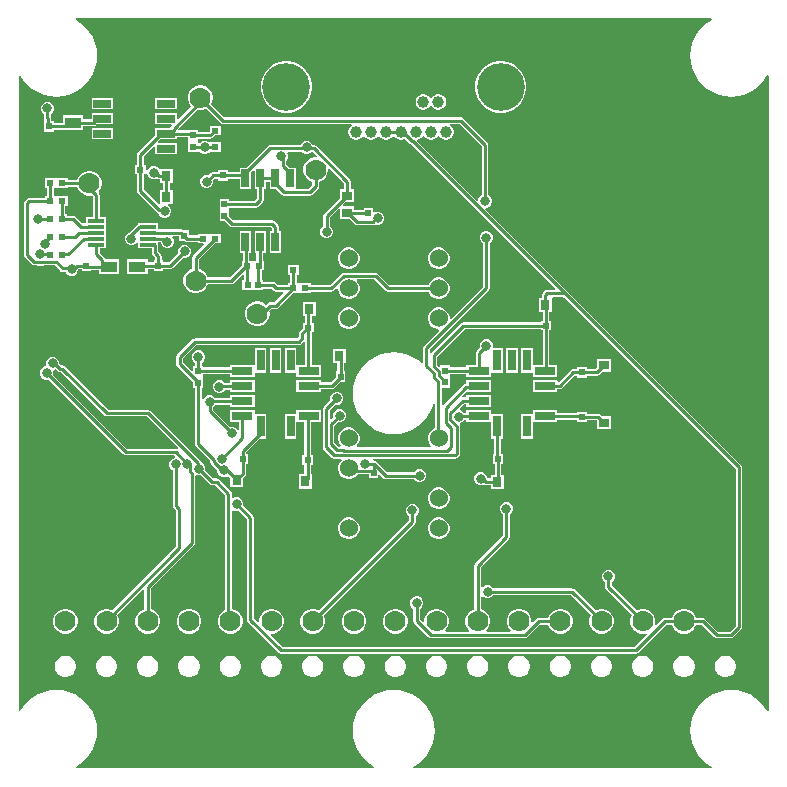
<source format=gtl>
G04*
G04 #@! TF.GenerationSoftware,Altium Limited,Altium Designer,24.2.2 (26)*
G04*
G04 Layer_Physical_Order=1*
G04 Layer_Color=255*
%FSLAX44Y44*%
%MOMM*%
G71*
G04*
G04 #@! TF.SameCoordinates,32683A2E-CEC5-46B4-BDA2-C12D6267EED3*
G04*
G04*
G04 #@! TF.FilePolarity,Positive*
G04*
G01*
G75*
%ADD13C,0.2540*%
%ADD15R,0.9000X0.8000*%
%ADD16R,0.5000X0.6000*%
%ADD17R,0.6500X1.5000*%
%ADD18R,1.4000X0.3000*%
%ADD19R,1.4300X0.9400*%
%ADD20R,0.6800X1.8000*%
%ADD21R,1.8000X0.6800*%
%ADD22R,0.8000X0.9000*%
%ADD23R,0.6000X0.5000*%
%ADD24R,0.5725X0.6153*%
%ADD25R,1.5000X0.6500*%
%ADD26R,0.6153X0.5725*%
%ADD42C,1.0000*%
%ADD43C,4.0350*%
%ADD44C,1.7780*%
%ADD45C,1.5240*%
%ADD46C,0.8128*%
G36*
X269376Y316230D02*
X265383Y313783D01*
X261248Y310252D01*
X257717Y306117D01*
X254876Y301481D01*
X252795Y296458D01*
X251526Y291171D01*
X251099Y285750D01*
X251526Y280329D01*
X252795Y275042D01*
X254876Y270019D01*
X257717Y265383D01*
X261248Y261248D01*
X265383Y257717D01*
X270019Y254876D01*
X275042Y252795D01*
X280329Y251526D01*
X285750Y251099D01*
X291171Y251526D01*
X296458Y252795D01*
X301481Y254876D01*
X306117Y257717D01*
X310252Y261248D01*
X313783Y265383D01*
X316230Y269376D01*
X317500Y269018D01*
Y-269018D01*
X316230Y-269376D01*
X313783Y-265383D01*
X310252Y-261248D01*
X306117Y-257717D01*
X301481Y-254876D01*
X296458Y-252795D01*
X291171Y-251526D01*
X285750Y-251099D01*
X280329Y-251526D01*
X275042Y-252795D01*
X270019Y-254876D01*
X265383Y-257717D01*
X261248Y-261248D01*
X257717Y-265383D01*
X254876Y-270019D01*
X252795Y-275042D01*
X251526Y-280329D01*
X251099Y-285750D01*
X251526Y-291171D01*
X252795Y-296458D01*
X254876Y-301481D01*
X257717Y-306117D01*
X261248Y-310252D01*
X265383Y-313783D01*
X269376Y-316230D01*
X269018Y-317500D01*
X16732D01*
X16374Y-316230D01*
X20367Y-313783D01*
X24502Y-310252D01*
X28033Y-306117D01*
X30874Y-301481D01*
X32955Y-296458D01*
X34224Y-291171D01*
X34651Y-285750D01*
X34224Y-280329D01*
X32955Y-275042D01*
X30874Y-270019D01*
X28033Y-265383D01*
X24502Y-261248D01*
X20367Y-257717D01*
X15731Y-254876D01*
X10708Y-252795D01*
X5421Y-251526D01*
X0Y-251099D01*
X-5421Y-251526D01*
X-10708Y-252795D01*
X-15731Y-254876D01*
X-20367Y-257717D01*
X-24502Y-261248D01*
X-28033Y-265383D01*
X-30874Y-270019D01*
X-32955Y-275042D01*
X-34224Y-280329D01*
X-34651Y-285750D01*
X-34224Y-291171D01*
X-32955Y-296458D01*
X-30874Y-301481D01*
X-28033Y-306117D01*
X-24502Y-310252D01*
X-20367Y-313783D01*
X-16374Y-316230D01*
X-16732Y-317500D01*
X-269018D01*
X-269376Y-316230D01*
X-265383Y-313783D01*
X-261248Y-310252D01*
X-257717Y-306117D01*
X-254876Y-301481D01*
X-252795Y-296458D01*
X-251526Y-291171D01*
X-251099Y-285750D01*
X-251526Y-280329D01*
X-252795Y-275042D01*
X-254876Y-270019D01*
X-257717Y-265383D01*
X-261248Y-261248D01*
X-265383Y-257717D01*
X-270019Y-254876D01*
X-275042Y-252795D01*
X-280329Y-251526D01*
X-285750Y-251099D01*
X-291171Y-251526D01*
X-296458Y-252795D01*
X-301481Y-254876D01*
X-306117Y-257717D01*
X-310252Y-261248D01*
X-313783Y-265383D01*
X-316230Y-269376D01*
X-317500Y-269018D01*
Y269018D01*
X-316230Y269376D01*
X-313783Y265383D01*
X-310252Y261248D01*
X-306117Y257717D01*
X-301481Y254876D01*
X-296458Y252795D01*
X-291171Y251526D01*
X-285750Y251099D01*
X-280329Y251526D01*
X-275042Y252795D01*
X-270019Y254876D01*
X-265383Y257717D01*
X-261248Y261248D01*
X-257717Y265383D01*
X-254876Y270019D01*
X-252795Y275042D01*
X-251526Y280329D01*
X-251099Y285750D01*
X-251526Y291171D01*
X-252795Y296458D01*
X-254876Y301481D01*
X-257717Y306117D01*
X-261248Y310252D01*
X-265383Y313783D01*
X-269376Y316230D01*
X-269018Y317500D01*
X269018D01*
X269376Y316230D01*
D02*
G37*
%LPC*%
G36*
X38705Y253158D02*
X36987D01*
X35328Y252713D01*
X33840Y251854D01*
X32626Y250640D01*
X32229Y249953D01*
X30763D01*
X30366Y250640D01*
X29152Y251854D01*
X27664Y252713D01*
X26005Y253158D01*
X24287D01*
X22628Y252713D01*
X21140Y251854D01*
X19926Y250640D01*
X19067Y249152D01*
X18622Y247493D01*
Y245775D01*
X19067Y244116D01*
X19926Y242628D01*
X21140Y241413D01*
X22628Y240555D01*
X24287Y240110D01*
X26005D01*
X27664Y240555D01*
X29152Y241413D01*
X30366Y242628D01*
X30763Y243315D01*
X32229D01*
X32626Y242628D01*
X33840Y241413D01*
X35328Y240555D01*
X36987Y240110D01*
X38705D01*
X40364Y240555D01*
X41852Y241413D01*
X43067Y242628D01*
X43925Y244116D01*
X44370Y245775D01*
Y247493D01*
X43925Y249152D01*
X43067Y250640D01*
X41852Y251854D01*
X40364Y252713D01*
X38705Y253158D01*
D02*
G37*
G36*
X-183686Y249884D02*
X-201734D01*
Y240336D01*
X-183686D01*
Y249884D01*
D02*
G37*
G36*
X-237686D02*
X-255734D01*
Y240336D01*
X-237686D01*
Y249884D01*
D02*
G37*
G36*
X92683Y281033D02*
X88409D01*
X84217Y280199D01*
X80268Y278563D01*
X76714Y276189D01*
X73691Y273166D01*
X71317Y269612D01*
X69681Y265663D01*
X68847Y261471D01*
Y257197D01*
X69681Y253005D01*
X71317Y249056D01*
X73691Y245502D01*
X76714Y242479D01*
X80268Y240105D01*
X84217Y238469D01*
X88409Y237635D01*
X92683D01*
X96875Y238469D01*
X100824Y240105D01*
X104378Y242479D01*
X107401Y245502D01*
X109775Y249056D01*
X111411Y253005D01*
X112245Y257197D01*
Y261471D01*
X111411Y265663D01*
X109775Y269612D01*
X107401Y273166D01*
X104378Y276189D01*
X100824Y278563D01*
X96875Y280199D01*
X92683Y281033D01*
D02*
G37*
G36*
X-88917D02*
X-93191D01*
X-97383Y280199D01*
X-101332Y278563D01*
X-104886Y276189D01*
X-107909Y273166D01*
X-110283Y269612D01*
X-111919Y265663D01*
X-112753Y261471D01*
Y257197D01*
X-111919Y253005D01*
X-110283Y249056D01*
X-107909Y245502D01*
X-104886Y242479D01*
X-101332Y240105D01*
X-97383Y238469D01*
X-93191Y237635D01*
X-88917D01*
X-84725Y238469D01*
X-80776Y240105D01*
X-77222Y242479D01*
X-74199Y245502D01*
X-71825Y249056D01*
X-70189Y253005D01*
X-69355Y257197D01*
Y261471D01*
X-70189Y265663D01*
X-71825Y269612D01*
X-74199Y273166D01*
X-77222Y276189D01*
X-80776Y278563D01*
X-84725Y280199D01*
X-88917Y281033D01*
D02*
G37*
G36*
X-292258Y246888D02*
X-294482D01*
X-296535Y246037D01*
X-298107Y244465D01*
X-298958Y242411D01*
Y240189D01*
X-298107Y238135D01*
X-296535Y236563D01*
X-296219Y236432D01*
Y233235D01*
X-296219Y233234D01*
X-296002Y232144D01*
X-295774Y231804D01*
Y230504D01*
X-296124D01*
Y221456D01*
X-288076D01*
Y223131D01*
X-280454D01*
Y222956D01*
X-263106D01*
Y226331D01*
X-254190D01*
X-254190Y226331D01*
X-253100Y226548D01*
X-252176Y227166D01*
X-251705Y227636D01*
X-237686D01*
Y237184D01*
X-255734D01*
Y232029D01*
X-263106D01*
Y235404D01*
X-280454D01*
Y228829D01*
X-288076D01*
Y230504D01*
X-290077D01*
Y232790D01*
X-290294Y233880D01*
X-290521Y234221D01*
Y236432D01*
X-290205Y236563D01*
X-288633Y238135D01*
X-287782Y240189D01*
Y242411D01*
X-288633Y244465D01*
X-290205Y246037D01*
X-292258Y246888D01*
D02*
G37*
G36*
X-237686Y224484D02*
X-255734D01*
Y214936D01*
X-237686D01*
Y224484D01*
D02*
G37*
G36*
X-72548Y213868D02*
X-74771D01*
X-76825Y213017D01*
X-78397Y211445D01*
X-78844Y210367D01*
X-104402D01*
X-104402Y210367D01*
X-105492Y210150D01*
X-106416Y209532D01*
X-124985Y190964D01*
X-130504D01*
Y187474D01*
X-140394D01*
Y189226D01*
X-149166D01*
Y187474D01*
X-152916D01*
X-152916Y187474D01*
X-154006Y187257D01*
X-154930Y186640D01*
X-154931Y186640D01*
X-157051Y184520D01*
X-157385Y184658D01*
X-159607D01*
X-161661Y183807D01*
X-163233Y182235D01*
X-164084Y180182D01*
Y177959D01*
X-163233Y175905D01*
X-161661Y174333D01*
X-159607Y173482D01*
X-157385D01*
X-155331Y174333D01*
X-153759Y175905D01*
X-152908Y177959D01*
Y180182D01*
X-153032Y180481D01*
X-151736Y181777D01*
X-149166D01*
Y180025D01*
X-140394D01*
Y181777D01*
X-130504D01*
Y172916D01*
X-120956D01*
Y186935D01*
X-118977Y188914D01*
X-117804Y188428D01*
Y172916D01*
X-115879D01*
Y165010D01*
X-118020Y162869D01*
X-139486D01*
Y164544D01*
X-147534D01*
Y155814D01*
X-147534Y155496D01*
Y154544D01*
X-147534Y154226D01*
Y145496D01*
X-143015D01*
X-139014Y141496D01*
X-139014Y141496D01*
X-138090Y140878D01*
X-137000Y140661D01*
X-104050D01*
X-103179Y139790D01*
Y136964D01*
X-105104D01*
Y118916D01*
X-95556D01*
Y136964D01*
X-97481D01*
Y140970D01*
X-97698Y142060D01*
X-98316Y142984D01*
X-98316Y142984D01*
X-100856Y145524D01*
X-101780Y146142D01*
X-102870Y146359D01*
X-102870Y146359D01*
X-135820D01*
X-139486Y150025D01*
Y154226D01*
X-139486Y154544D01*
Y155496D01*
X-139486Y155814D01*
Y157171D01*
X-116840D01*
X-116840Y157171D01*
X-115750Y157388D01*
X-114826Y158006D01*
X-111016Y161816D01*
X-110398Y162740D01*
X-110181Y163830D01*
X-110181Y163830D01*
Y172916D01*
X-108256D01*
Y179091D01*
X-105104D01*
Y172916D01*
X-99585D01*
X-94834Y168166D01*
X-94834Y168166D01*
X-93910Y167548D01*
X-92820Y167331D01*
X-92820Y167331D01*
X-71120D01*
X-71120Y167331D01*
X-70030Y167548D01*
X-69106Y168166D01*
X-64026Y173246D01*
X-64026Y173246D01*
X-63408Y174170D01*
X-63191Y175260D01*
X-63191Y175260D01*
Y179212D01*
X-62020Y179526D01*
X-59646Y180897D01*
X-57707Y182836D01*
X-56336Y185210D01*
X-55626Y187859D01*
Y189515D01*
X-54356Y190041D01*
X-42219Y177904D01*
Y172544D01*
X-45394D01*
Y165525D01*
X-58910Y152008D01*
X-59528Y151084D01*
X-59745Y149994D01*
X-59745Y149994D01*
Y141520D01*
X-60061Y141389D01*
X-61633Y139817D01*
X-62484Y137764D01*
Y135541D01*
X-61633Y133487D01*
X-60061Y131915D01*
X-58007Y131064D01*
X-55785D01*
X-53731Y131915D01*
X-52159Y133487D01*
X-51308Y135541D01*
Y137764D01*
X-52159Y139817D01*
X-53731Y141389D01*
X-54047Y141520D01*
Y148814D01*
X-46567Y156294D01*
X-45394Y155808D01*
Y147496D01*
X-37375D01*
X-33232Y143353D01*
X-33232Y143353D01*
X-32308Y142736D01*
X-31218Y142519D01*
X-31218Y142519D01*
X-17989D01*
X-17989Y142519D01*
X-16899Y142736D01*
X-16179Y143217D01*
X-14745Y142623D01*
X-12522D01*
X-10468Y143474D01*
X-8896Y145046D01*
X-8046Y147100D01*
Y149323D01*
X-8896Y151376D01*
X-10468Y152948D01*
X-12522Y153799D01*
X-14745D01*
X-16296Y153157D01*
X-17566Y153841D01*
Y157004D01*
X-25614D01*
Y155329D01*
X-33346D01*
Y158544D01*
X-42658D01*
X-43144Y159717D01*
X-41365Y161496D01*
X-33346D01*
Y172544D01*
X-36521D01*
Y179084D01*
X-36521Y179084D01*
X-36738Y180174D01*
X-37356Y181098D01*
X-65790Y209532D01*
X-66714Y210150D01*
X-67804Y210367D01*
X-67804Y210367D01*
X-68476D01*
X-68923Y211445D01*
X-70495Y213017D01*
X-72548Y213868D01*
D02*
G37*
G36*
X-256439Y188214D02*
X-259181D01*
X-261830Y187504D01*
X-264204Y186133D01*
X-266143Y184194D01*
X-267514Y181820D01*
X-267828Y180649D01*
X-276226D01*
Y181824D01*
X-285274D01*
Y181824D01*
X-286226D01*
Y181824D01*
X-295274D01*
Y173776D01*
X-293599D01*
Y166584D01*
X-295274D01*
Y165409D01*
X-308900D01*
X-309990Y165192D01*
X-310914Y164574D01*
X-310914Y164574D01*
X-312402Y163086D01*
X-313020Y162162D01*
X-313237Y161072D01*
X-313237Y161072D01*
Y117094D01*
X-313237Y117094D01*
X-313020Y116004D01*
X-312402Y115080D01*
X-306333Y109010D01*
X-306333Y109010D01*
X-305409Y108393D01*
X-304319Y108176D01*
X-304319Y108176D01*
X-302440D01*
X-302307Y108149D01*
X-302306Y108149D01*
X-296625D01*
X-296625Y108149D01*
X-296492Y108176D01*
X-286935D01*
X-282430Y103671D01*
X-281506Y103054D01*
X-280416Y102837D01*
X-280416Y102837D01*
X-277630D01*
X-277279Y101991D01*
X-275707Y100419D01*
X-273654Y99568D01*
X-271430D01*
X-269377Y100419D01*
X-267805Y101991D01*
X-266954Y104045D01*
Y105021D01*
X-264374D01*
Y103346D01*
X-256326D01*
Y104339D01*
X-249974D01*
Y101036D01*
X-232626D01*
Y113484D01*
X-244400D01*
X-244548Y114230D01*
X-245166Y115154D01*
X-245166Y115154D01*
X-249021Y119010D01*
Y122866D01*
X-243346D01*
Y127866D01*
Y137866D01*
Y148914D01*
X-249021D01*
Y167736D01*
X-249021Y167736D01*
X-249238Y168826D01*
X-249856Y169750D01*
X-249922Y170960D01*
X-249477Y171406D01*
X-248106Y173780D01*
X-247396Y176429D01*
Y179171D01*
X-248106Y181820D01*
X-249477Y184194D01*
X-251416Y186133D01*
X-253790Y187504D01*
X-256439Y188214D01*
D02*
G37*
G36*
X39304Y123444D02*
X36896D01*
X34571Y122821D01*
X32485Y121617D01*
X30783Y119915D01*
X29579Y117830D01*
X28956Y115504D01*
Y113096D01*
X29579Y110771D01*
X30783Y108686D01*
X32485Y106983D01*
X34571Y105779D01*
X36896Y105156D01*
X39304D01*
X41630Y105779D01*
X43714Y106983D01*
X45417Y108686D01*
X46621Y110771D01*
X47244Y113096D01*
Y115504D01*
X46621Y117830D01*
X45417Y119915D01*
X43714Y121617D01*
X41630Y122821D01*
X39304Y123444D01*
D02*
G37*
G36*
X-36896D02*
X-39304D01*
X-41630Y122821D01*
X-43714Y121617D01*
X-45417Y119915D01*
X-46621Y117830D01*
X-47244Y115504D01*
Y113096D01*
X-46621Y110771D01*
X-45417Y108686D01*
X-43714Y106983D01*
X-41630Y105779D01*
X-39304Y105156D01*
X-36896D01*
X-34571Y105779D01*
X-32485Y106983D01*
X-30783Y108686D01*
X-29579Y110771D01*
X-28956Y113096D01*
Y115504D01*
X-29579Y117830D01*
X-30783Y119915D01*
X-32485Y121617D01*
X-34571Y122821D01*
X-36896Y123444D01*
D02*
G37*
G36*
X-199346Y143914D02*
X-216394D01*
Y143341D01*
X-216642Y143292D01*
X-217566Y142674D01*
X-217566Y142674D01*
X-224182Y136058D01*
X-225415Y135547D01*
X-226987Y133975D01*
X-227838Y131922D01*
Y129698D01*
X-226987Y127645D01*
X-225415Y126073D01*
X-223361Y125222D01*
X-221138D01*
X-219085Y126073D01*
X-217664Y127493D01*
X-216951Y127373D01*
X-216394Y127104D01*
Y122866D01*
X-204989D01*
Y119005D01*
X-204989Y119005D01*
X-204772Y117915D01*
X-204154Y116991D01*
X-202239Y115075D01*
Y112394D01*
X-203414D01*
Y110719D01*
X-208496D01*
Y113484D01*
X-225844D01*
Y101036D01*
X-208496D01*
Y105021D01*
X-203414D01*
Y103346D01*
X-195366D01*
Y105021D01*
X-189310D01*
X-189310Y105021D01*
X-188220Y105238D01*
X-187296Y105856D01*
X-178466Y114685D01*
X-178150Y114554D01*
X-175926D01*
X-173873Y115405D01*
X-172301Y116977D01*
X-171450Y119031D01*
Y121253D01*
X-172301Y123307D01*
X-173873Y124879D01*
X-175926Y125730D01*
X-178150D01*
X-180203Y124879D01*
X-181775Y123307D01*
X-182626Y121253D01*
Y119031D01*
X-182495Y118714D01*
X-190490Y110719D01*
X-195366D01*
Y112394D01*
X-196541D01*
Y116255D01*
X-196758Y117345D01*
X-197376Y118269D01*
X-197376Y118269D01*
X-199291Y120185D01*
Y125660D01*
X-199291Y125660D01*
X-199346Y125935D01*
Y128041D01*
X-197358D01*
Y127158D01*
X-196507Y125105D01*
X-194935Y123533D01*
X-192882Y122682D01*
X-190658D01*
X-188605Y123533D01*
X-187033Y125105D01*
X-186182Y127158D01*
Y129382D01*
X-187033Y131435D01*
X-187369Y131771D01*
X-186843Y133041D01*
X-181824D01*
Y128906D01*
X-176845D01*
X-176795Y128896D01*
X-176694Y128796D01*
X-176694Y128796D01*
X-175770Y128178D01*
X-174680Y127961D01*
X-174680Y127961D01*
X-165654D01*
Y126786D01*
X-161342D01*
X-160856Y125613D01*
X-169654Y116814D01*
X-170272Y115890D01*
X-170489Y114800D01*
X-170489Y114800D01*
Y105268D01*
X-171660Y104954D01*
X-174034Y103583D01*
X-175973Y101644D01*
X-177344Y99270D01*
X-178054Y96621D01*
Y93879D01*
X-177344Y91230D01*
X-175973Y88856D01*
X-174034Y86917D01*
X-171660Y85546D01*
X-169011Y84836D01*
X-166269D01*
X-163620Y85546D01*
X-161246Y86917D01*
X-159307Y88856D01*
X-157936Y91230D01*
X-157622Y92401D01*
X-137500D01*
X-137500Y92401D01*
X-136410Y92618D01*
X-135486Y93236D01*
X-128005Y100716D01*
X-126832Y100230D01*
Y95826D01*
X-128266D01*
Y87054D01*
X-110494D01*
Y88591D01*
X-103260D01*
X-101554Y86886D01*
X-101554Y86886D01*
X-100630Y86268D01*
X-99540Y86051D01*
X-99540Y86051D01*
X-94047D01*
X-93561Y84878D01*
X-101303Y77136D01*
X-104586D01*
X-104586Y77136D01*
X-105676Y76919D01*
X-106601Y76301D01*
X-106601Y76301D01*
X-108217Y74685D01*
X-109176Y75643D01*
X-111550Y77014D01*
X-114199Y77724D01*
X-116941D01*
X-119590Y77014D01*
X-121964Y75643D01*
X-123903Y73704D01*
X-125274Y71330D01*
X-125984Y68681D01*
Y65939D01*
X-125274Y63290D01*
X-123903Y60916D01*
X-121964Y58977D01*
X-119590Y57606D01*
X-116941Y56896D01*
X-114199D01*
X-111550Y57606D01*
X-109176Y58977D01*
X-107237Y60916D01*
X-105866Y63290D01*
X-105156Y65939D01*
Y68681D01*
X-105369Y69475D01*
X-103406Y71438D01*
X-100123D01*
X-100123Y71438D01*
X-99033Y71655D01*
X-98109Y72272D01*
X-85505Y84876D01*
X-80804D01*
X-80486Y84876D01*
X-79534D01*
X-79216Y84876D01*
X-70486D01*
Y86051D01*
X-52828D01*
X-52828Y86051D01*
X-51737Y86268D01*
X-50813Y86886D01*
X-48514Y89185D01*
X-47244Y88659D01*
Y87696D01*
X-46621Y85371D01*
X-45417Y83286D01*
X-43714Y81583D01*
X-41630Y80379D01*
X-39304Y79756D01*
X-36896D01*
X-34571Y80379D01*
X-32485Y81583D01*
X-30783Y83286D01*
X-29579Y85371D01*
X-28956Y87696D01*
Y90104D01*
X-29579Y92430D01*
X-30783Y94515D01*
X-31464Y95195D01*
X-30938Y96465D01*
X-16614D01*
X-7035Y86886D01*
X-7035Y86886D01*
X-6111Y86268D01*
X-5020Y86051D01*
X-5020Y86051D01*
X29397D01*
X29579Y85371D01*
X30783Y83286D01*
X32485Y81583D01*
X34571Y80379D01*
X36896Y79756D01*
X39304D01*
X41630Y80379D01*
X43714Y81583D01*
X45417Y83286D01*
X46621Y85371D01*
X47244Y87696D01*
Y90104D01*
X46621Y92430D01*
X45417Y94515D01*
X43714Y96217D01*
X41630Y97421D01*
X39304Y98044D01*
X36896D01*
X34571Y97421D01*
X32485Y96217D01*
X30783Y94515D01*
X29579Y92430D01*
X29397Y91749D01*
X-3840D01*
X-13420Y101328D01*
X-14344Y101946D01*
X-15434Y102163D01*
X-15434Y102163D01*
X-42414D01*
X-42414Y102163D01*
X-43504Y101946D01*
X-44428Y101328D01*
X-54008Y91749D01*
X-70486D01*
Y92924D01*
X-79216D01*
X-79534Y92924D01*
X-80486D01*
X-80804Y92924D01*
X-82161D01*
Y100116D01*
X-80486D01*
Y108164D01*
X-89534D01*
Y100116D01*
X-87859D01*
Y92924D01*
X-89534D01*
Y91749D01*
X-98360D01*
X-100066Y93454D01*
X-100990Y94072D01*
X-102080Y94289D01*
X-102080Y94289D01*
X-110494D01*
Y95826D01*
X-111848D01*
Y103926D01*
X-109776D01*
Y111974D01*
X-110816D01*
Y118916D01*
X-108256D01*
Y136964D01*
X-117804D01*
Y118916D01*
X-116514D01*
Y111974D01*
X-118824D01*
Y111974D01*
X-119776D01*
Y111974D01*
X-122166D01*
Y118916D01*
X-120956D01*
Y136964D01*
X-130504D01*
Y118916D01*
X-127864D01*
Y111974D01*
X-128824D01*
Y107955D01*
X-138680Y98099D01*
X-157622D01*
X-157936Y99270D01*
X-159307Y101644D01*
X-161246Y103583D01*
X-163620Y104954D01*
X-164791Y105268D01*
Y113620D01*
X-151625Y126786D01*
X-146606D01*
Y134834D01*
X-155336D01*
X-155654Y134834D01*
Y134834D01*
X-156606D01*
Y134834D01*
X-165654D01*
Y133659D01*
X-173500D01*
X-173556Y133714D01*
X-173776Y133862D01*
Y137954D01*
X-177820D01*
X-178670Y138522D01*
X-179760Y138739D01*
X-179760Y138739D01*
X-199346D01*
Y143914D01*
D02*
G37*
G36*
X-162459Y260604D02*
X-165201D01*
X-167850Y259894D01*
X-170224Y258523D01*
X-172163Y256584D01*
X-173534Y254210D01*
X-174244Y251561D01*
Y248819D01*
X-173534Y246170D01*
X-172163Y243796D01*
X-171408Y243040D01*
X-182513Y231935D01*
X-183686Y232421D01*
Y237184D01*
X-201734D01*
Y227636D01*
X-188471D01*
X-187985Y226463D01*
X-188494Y225953D01*
X-189112Y225029D01*
X-189220Y224484D01*
X-201734D01*
Y218965D01*
X-216724Y203974D01*
X-217342Y203050D01*
X-217559Y201960D01*
X-217559Y201960D01*
Y193254D01*
X-219234D01*
Y185206D01*
X-217559D01*
Y171530D01*
X-217559Y171530D01*
X-217342Y170440D01*
X-216724Y169516D01*
X-200388Y153180D01*
X-199464Y152562D01*
X-199433Y152556D01*
X-198793Y151013D01*
X-197221Y149441D01*
X-195168Y148590D01*
X-192945D01*
X-190891Y149441D01*
X-189319Y151013D01*
X-188468Y153067D01*
Y155289D01*
X-189319Y157343D01*
X-190891Y158915D01*
X-191279Y159076D01*
X-191026Y160346D01*
X-186896D01*
Y172394D01*
X-189571D01*
Y178126D01*
X-186896D01*
Y190174D01*
X-197944D01*
X-197944Y190174D01*
Y190174D01*
X-197944Y190174D01*
X-199087Y190480D01*
X-200035Y191427D01*
X-202089Y192278D01*
X-204312D01*
X-206365Y191427D01*
X-207937Y189855D01*
X-208788Y187801D01*
Y185578D01*
X-207937Y183525D01*
X-206365Y181953D01*
X-204312Y181102D01*
X-202089D01*
X-200562Y181734D01*
X-200238Y181518D01*
X-199148Y181301D01*
X-199148Y181301D01*
X-197944D01*
Y178126D01*
X-195269D01*
Y172394D01*
X-197944D01*
Y161154D01*
X-199044Y160177D01*
X-199342Y160191D01*
X-211861Y172710D01*
Y185206D01*
X-210186D01*
Y193254D01*
X-211861D01*
Y200780D01*
X-202907Y209734D01*
X-201734Y209248D01*
Y202236D01*
X-183686D01*
Y211784D01*
X-199198D01*
X-199684Y212957D01*
X-197705Y214936D01*
X-183686D01*
Y216861D01*
X-174204D01*
Y214154D01*
X-174204Y213836D01*
Y212884D01*
X-174204Y212566D01*
Y203836D01*
X-166156D01*
Y205471D01*
X-164905D01*
X-164757Y205115D01*
X-163185Y203543D01*
X-161131Y202692D01*
X-158909D01*
X-156855Y203543D01*
X-156649Y203749D01*
X-155574Y204256D01*
Y204256D01*
X-155574Y204256D01*
X-146526D01*
Y212304D01*
X-155574D01*
X-155574Y212304D01*
Y212304D01*
X-156643Y212806D01*
X-156855Y213017D01*
X-158909Y213868D01*
X-161131D01*
X-163185Y213017D01*
X-164294Y211908D01*
X-165770Y211802D01*
X-165957Y211868D01*
X-166156Y212067D01*
X-166156Y213836D01*
X-166156Y214154D01*
Y215511D01*
X-155440D01*
X-155440Y215511D01*
X-154350Y215728D01*
X-153426Y216346D01*
X-151545Y218226D01*
X-146526D01*
Y226274D01*
X-155574D01*
Y222255D01*
X-156620Y221209D01*
X-166156D01*
Y222884D01*
X-174204D01*
Y222559D01*
X-182035D01*
X-182561Y223829D01*
X-166315Y240075D01*
X-165201Y239776D01*
X-162459D01*
X-159810Y240486D01*
X-158760Y241092D01*
X-146540Y228872D01*
X-146540Y228872D01*
X-145616Y228254D01*
X-144526Y228037D01*
X-35808D01*
X-35468Y226767D01*
X-36010Y226455D01*
X-37225Y225240D01*
X-38083Y223752D01*
X-38528Y222093D01*
Y220375D01*
X-38083Y218716D01*
X-37225Y217228D01*
X-36010Y216014D01*
X-34522Y215155D01*
X-32863Y214710D01*
X-31145D01*
X-29486Y215155D01*
X-27998Y216014D01*
X-26783Y217228D01*
X-26387Y217915D01*
X-24921D01*
X-24525Y217228D01*
X-23310Y216014D01*
X-21822Y215155D01*
X-20163Y214710D01*
X-18445D01*
X-16786Y215155D01*
X-15298Y216014D01*
X-14083Y217228D01*
X-13687Y217915D01*
X-12221D01*
X-11825Y217228D01*
X-10610Y216014D01*
X-9122Y215155D01*
X-7463Y214710D01*
X-5745D01*
X-4086Y215155D01*
X-2598Y216014D01*
X-1383Y217228D01*
X-928Y218018D01*
X420D01*
X875Y217228D01*
X2090Y216014D01*
X3578Y215155D01*
X5237Y214710D01*
X6955D01*
X8614Y215155D01*
X9381Y215597D01*
X13553Y211426D01*
X13553Y211426D01*
X14477Y210808D01*
X14721Y210760D01*
X136731Y88750D01*
X136245Y87577D01*
X129616D01*
X128526Y87360D01*
X127601Y86742D01*
X127601Y86742D01*
X126114Y85254D01*
X125496Y84330D01*
X125279Y83240D01*
X125279Y83240D01*
Y80954D01*
X122604D01*
Y68906D01*
X126009D01*
Y61174D01*
X124334D01*
Y59999D01*
X58928D01*
X58928Y59999D01*
X57838Y59782D01*
X56914Y59164D01*
X31805Y34056D01*
X31645Y34062D01*
X30535Y34459D01*
Y37178D01*
X80246Y86890D01*
X80864Y87814D01*
X81081Y88904D01*
X81081Y88904D01*
Y126958D01*
X81397Y127089D01*
X82969Y128661D01*
X83820Y130715D01*
Y132937D01*
X82969Y134991D01*
X81397Y136563D01*
X79344Y137414D01*
X77120D01*
X75067Y136563D01*
X73495Y134991D01*
X72644Y132937D01*
Y130715D01*
X73495Y128661D01*
X75067Y127089D01*
X75383Y126958D01*
Y90084D01*
X48514Y63215D01*
X47244Y63741D01*
Y64704D01*
X46621Y67030D01*
X45417Y69114D01*
X43714Y70817D01*
X41630Y72021D01*
X39304Y72644D01*
X36896D01*
X34571Y72021D01*
X32485Y70817D01*
X30783Y69114D01*
X29579Y67030D01*
X28956Y64704D01*
Y62296D01*
X29579Y59970D01*
X30783Y57885D01*
X32485Y56183D01*
X34571Y54979D01*
X36896Y54356D01*
X37859D01*
X38385Y53086D01*
X25672Y40373D01*
X25054Y39449D01*
X24837Y38358D01*
X24837Y38358D01*
Y25886D01*
X23567Y25300D01*
X20367Y28033D01*
X15731Y30874D01*
X10708Y32955D01*
X5421Y34224D01*
X0Y34651D01*
X-5421Y34224D01*
X-10708Y32955D01*
X-15731Y30874D01*
X-20367Y28033D01*
X-24502Y24502D01*
X-28033Y20367D01*
X-30874Y15731D01*
X-32955Y10708D01*
X-34224Y5421D01*
X-34651Y0D01*
X-34224Y-5421D01*
X-32955Y-10708D01*
X-30874Y-15731D01*
X-28033Y-20367D01*
X-24502Y-24502D01*
X-20367Y-28033D01*
X-15731Y-30874D01*
X-10708Y-32955D01*
X-5421Y-34224D01*
X0Y-34651D01*
X5421Y-34224D01*
X10708Y-32955D01*
X15731Y-30874D01*
X20367Y-28033D01*
X24502Y-24502D01*
X28033Y-20367D01*
X30874Y-15731D01*
X32955Y-10708D01*
X33473Y-8548D01*
X34743Y-8699D01*
Y-29533D01*
X34571Y-29579D01*
X32485Y-30783D01*
X30783Y-32485D01*
X29579Y-34571D01*
X28956Y-36896D01*
Y-39304D01*
X29579Y-41630D01*
X30783Y-43714D01*
X31464Y-44395D01*
X30938Y-45665D01*
X-30938D01*
X-31464Y-44395D01*
X-30783Y-43714D01*
X-29579Y-41630D01*
X-28956Y-39304D01*
Y-36896D01*
X-29579Y-34571D01*
X-30783Y-32485D01*
X-32485Y-30783D01*
X-34571Y-29579D01*
X-36896Y-28956D01*
X-39304D01*
X-41630Y-29579D01*
X-43714Y-30783D01*
X-45417Y-32485D01*
X-46621Y-34571D01*
X-47244Y-36896D01*
Y-39304D01*
X-46621Y-41630D01*
X-45417Y-43714D01*
X-44896Y-44235D01*
X-45422Y-45505D01*
X-46732D01*
X-50237Y-42000D01*
Y-27596D01*
X-47148Y-24507D01*
X-46831Y-24638D01*
X-44608D01*
X-42555Y-23787D01*
X-40983Y-22215D01*
X-40132Y-20161D01*
Y-17938D01*
X-40983Y-15885D01*
X-42555Y-14313D01*
X-44608Y-13462D01*
X-46831D01*
X-48885Y-14313D01*
X-50457Y-15885D01*
X-51308Y-17938D01*
Y-20161D01*
X-51177Y-20478D01*
X-53128Y-22429D01*
X-54301Y-21943D01*
Y-14567D01*
X-49591Y-9856D01*
X-49274Y-9987D01*
X-47051D01*
X-44997Y-9137D01*
X-43425Y-7565D01*
X-42575Y-5511D01*
Y-3288D01*
X-43425Y-1234D01*
X-44997Y338D01*
X-47051Y1189D01*
X-49274D01*
X-51328Y338D01*
X-52900Y-1234D01*
X-53751Y-3288D01*
Y-5511D01*
X-53620Y-5828D01*
X-59164Y-11372D01*
X-59782Y-12296D01*
X-59999Y-13387D01*
X-59999Y-13387D01*
Y-45720D01*
X-59999Y-45720D01*
X-59782Y-46810D01*
X-59164Y-47734D01*
X-52466Y-54432D01*
X-52466Y-54432D01*
X-51542Y-55050D01*
X-50452Y-55267D01*
X-44901D01*
X-44645Y-55318D01*
X-44185Y-56593D01*
X-44190Y-56658D01*
X-45417Y-57885D01*
X-46621Y-59970D01*
X-47244Y-62296D01*
Y-64704D01*
X-46621Y-67030D01*
X-45417Y-69114D01*
X-43714Y-70817D01*
X-41630Y-72021D01*
X-39304Y-72644D01*
X-36896D01*
X-34571Y-72021D01*
X-32485Y-70817D01*
X-30783Y-69114D01*
X-30433Y-68509D01*
X-21042D01*
Y-71914D01*
X-12994D01*
Y-69351D01*
X-11821Y-68865D01*
X-8821Y-71864D01*
X-8821Y-71864D01*
X-7897Y-72482D01*
X-6807Y-72699D01*
X16976D01*
X17107Y-73015D01*
X18679Y-74587D01*
X20733Y-75438D01*
X22956D01*
X25009Y-74587D01*
X26581Y-73015D01*
X27432Y-70961D01*
Y-68738D01*
X26581Y-66685D01*
X25009Y-65113D01*
X22956Y-64262D01*
X20733D01*
X18679Y-65113D01*
X17107Y-66685D01*
X16976Y-67001D01*
X-5627D01*
X-15004Y-57625D01*
X-15928Y-57007D01*
X-17018Y-56790D01*
X-17018Y-56790D01*
X-17996D01*
X-18060Y-56697D01*
X-17391Y-55427D01*
X51852D01*
X51852Y-55427D01*
X52942Y-55210D01*
X53867Y-54592D01*
X55354Y-53105D01*
X55354Y-53105D01*
X55972Y-52180D01*
X56189Y-51090D01*
Y-27987D01*
X56189Y-27987D01*
X55972Y-26897D01*
X55821Y-26670D01*
X55860Y-26346D01*
X56367Y-25238D01*
X58029Y-24549D01*
X59601Y-22977D01*
X59890Y-22280D01*
X61552D01*
Y-23974D01*
X82452D01*
Y-38524D01*
X84948D01*
Y-51856D01*
X83694D01*
Y-59904D01*
X85369D01*
Y-68906D01*
X81964D01*
Y-72081D01*
X79248D01*
Y-71279D01*
X78397Y-69225D01*
X76825Y-67653D01*
X74771Y-66802D01*
X72548D01*
X70495Y-67653D01*
X68923Y-69225D01*
X68072Y-71279D01*
Y-73502D01*
X68923Y-75555D01*
X70495Y-77127D01*
X72548Y-77978D01*
X74771D01*
X76298Y-77346D01*
X76622Y-77562D01*
X77712Y-77779D01*
X77712Y-77779D01*
X81964D01*
Y-80954D01*
X93012D01*
Y-68906D01*
X91067D01*
Y-59904D01*
X92742D01*
Y-51856D01*
X90646D01*
Y-38524D01*
X92300D01*
Y-17476D01*
X82600D01*
Y-14126D01*
X61552D01*
Y-16582D01*
X59537D01*
X58029Y-15075D01*
X56402Y-14401D01*
X55955Y-13051D01*
X59807Y-9199D01*
X61552D01*
Y-11274D01*
X82600D01*
Y-1426D01*
X61552D01*
Y-3501D01*
X58628D01*
X58627Y-3501D01*
X58370Y-3553D01*
X57744Y-2382D01*
X61552Y1426D01*
X82600D01*
Y11274D01*
X61552D01*
Y8303D01*
X60462Y8087D01*
X59538Y7469D01*
X59538Y7469D01*
X41928Y-10141D01*
X41711Y-10466D01*
X40441Y-10080D01*
Y4700D01*
X47204D01*
Y13430D01*
X47204Y13748D01*
X47204D01*
Y14700D01*
X47204D01*
Y16288D01*
X61552D01*
Y14126D01*
X82600D01*
Y17476D01*
X92300D01*
Y38524D01*
X84576D01*
X84074Y39274D01*
Y41498D01*
X83223Y43551D01*
X81651Y45123D01*
X79598Y45974D01*
X77375D01*
X75321Y45123D01*
X73749Y43551D01*
X72898Y41498D01*
Y39274D01*
X73029Y38958D01*
X70062Y35990D01*
X69444Y35066D01*
X69227Y33976D01*
X69227Y33976D01*
Y23974D01*
X61552D01*
Y21986D01*
X47204D01*
Y23748D01*
X39156D01*
Y22928D01*
X37983Y22442D01*
X36631Y23794D01*
Y30824D01*
X60108Y54301D01*
X124334D01*
Y53126D01*
X126009D01*
Y23974D01*
X117700D01*
Y38524D01*
X107852D01*
Y17476D01*
X117552D01*
Y14126D01*
X138600D01*
Y23974D01*
X131707D01*
Y53126D01*
X133382D01*
Y61174D01*
X131707D01*
Y68906D01*
X133652D01*
Y80954D01*
X134484Y81879D01*
X143601D01*
X289505Y-64024D01*
Y-196700D01*
X284329Y-201875D01*
X274711D01*
X263861Y-191026D01*
X262937Y-190408D01*
X261847Y-190191D01*
X261847Y-190191D01*
X255763D01*
X255449Y-189020D01*
X254078Y-186646D01*
X252139Y-184707D01*
X249764Y-183336D01*
X247116Y-182626D01*
X244374D01*
X241725Y-183336D01*
X239350Y-184707D01*
X237411Y-186646D01*
X236040Y-189020D01*
X235727Y-190191D01*
X229409D01*
X229409Y-190191D01*
X228319Y-190408D01*
X227394Y-191026D01*
X227394Y-191026D01*
X222014Y-196406D01*
X220875Y-195749D01*
X221234Y-194411D01*
Y-191669D01*
X220524Y-189020D01*
X219153Y-186646D01*
X217214Y-184707D01*
X214839Y-183336D01*
X212191Y-182626D01*
X209449D01*
X206800Y-183336D01*
X205750Y-183942D01*
X184459Y-162650D01*
Y-159808D01*
X184775Y-159677D01*
X186347Y-158105D01*
X187198Y-156052D01*
Y-153828D01*
X186347Y-151775D01*
X184775Y-150203D01*
X182722Y-149352D01*
X180499D01*
X178445Y-150203D01*
X176873Y-151775D01*
X176022Y-153828D01*
Y-156052D01*
X176873Y-158105D01*
X178445Y-159677D01*
X178761Y-159808D01*
Y-163830D01*
X178761Y-163830D01*
X178978Y-164921D01*
X179596Y-165845D01*
X201721Y-187971D01*
X201115Y-189020D01*
X200406Y-191669D01*
Y-194411D01*
X201115Y-197060D01*
X202486Y-199434D01*
X204425Y-201373D01*
X206800Y-202744D01*
X209449Y-203454D01*
X212191D01*
X213528Y-203096D01*
X214186Y-204234D01*
X203718Y-214702D01*
X-94338D01*
X-104316Y-204724D01*
X-103790Y-203454D01*
X-102134D01*
X-99486Y-202744D01*
X-97111Y-201373D01*
X-95172Y-199434D01*
X-93801Y-197060D01*
X-93091Y-194411D01*
Y-191669D01*
X-93801Y-189020D01*
X-95172Y-186646D01*
X-97111Y-184707D01*
X-99486Y-183336D01*
X-102134Y-182626D01*
X-104876D01*
X-107525Y-183336D01*
X-109900Y-184707D01*
X-111838Y-186646D01*
X-113209Y-189020D01*
X-113919Y-191669D01*
Y-193325D01*
X-115189Y-193851D01*
X-118563Y-190477D01*
Y-105410D01*
X-118780Y-104320D01*
X-119398Y-103396D01*
X-119398Y-103396D01*
X-127639Y-95154D01*
X-127508Y-94838D01*
Y-92614D01*
X-128359Y-90561D01*
X-129931Y-88989D01*
X-131985Y-88138D01*
X-134207D01*
X-135835Y-88812D01*
X-137105Y-88173D01*
Y-84889D01*
X-137105Y-84889D01*
X-137322Y-83799D01*
X-137940Y-82874D01*
X-147956Y-72858D01*
X-148881Y-72240D01*
X-149971Y-72023D01*
X-149971Y-72023D01*
X-152742D01*
X-159551Y-65214D01*
X-159420Y-64898D01*
Y-62675D01*
X-160271Y-60621D01*
X-161842Y-59049D01*
X-163291Y-58449D01*
X-163445Y-57676D01*
X-164063Y-56751D01*
X-206088Y-14726D01*
X-207012Y-14108D01*
X-208102Y-13892D01*
X-208102Y-13892D01*
X-241922D01*
X-278540Y22727D01*
X-279464Y23344D01*
X-280554Y23561D01*
X-280554Y23561D01*
X-281418D01*
X-283210Y25353D01*
Y26511D01*
X-284061Y28565D01*
X-285633Y30137D01*
X-287687Y30988D01*
X-289909D01*
X-291963Y30137D01*
X-293535Y28565D01*
X-294386Y26511D01*
Y24288D01*
X-294208Y23859D01*
X-294785Y22995D01*
X-295128Y22761D01*
X-297079Y21952D01*
X-298651Y20380D01*
X-299502Y18327D01*
Y16104D01*
X-298651Y14050D01*
X-297079Y12478D01*
X-295025Y11627D01*
X-292802D01*
X-292420Y11785D01*
X-228851Y-51784D01*
X-228850Y-51784D01*
X-227926Y-52402D01*
X-226836Y-52619D01*
X-185951D01*
X-185034Y-53536D01*
X-185589Y-54777D01*
X-187480Y-55560D01*
X-189051Y-57132D01*
X-189902Y-59186D01*
Y-61409D01*
X-189051Y-63462D01*
X-187480Y-65034D01*
X-187163Y-65165D01*
Y-95275D01*
X-187163Y-95275D01*
X-186946Y-96365D01*
X-186329Y-97289D01*
X-184459Y-99159D01*
Y-130265D01*
X-238136Y-183942D01*
X-239185Y-183336D01*
X-241834Y-182626D01*
X-244576D01*
X-247225Y-183336D01*
X-249599Y-184707D01*
X-251538Y-186646D01*
X-252909Y-189020D01*
X-253619Y-191669D01*
Y-194411D01*
X-252909Y-197060D01*
X-251538Y-199434D01*
X-249599Y-201373D01*
X-247225Y-202744D01*
X-244576Y-203454D01*
X-241834D01*
X-239185Y-202744D01*
X-236811Y-201373D01*
X-234872Y-199434D01*
X-233501Y-197060D01*
X-232791Y-194411D01*
Y-191669D01*
X-233501Y-189020D01*
X-234107Y-187971D01*
X-212302Y-166166D01*
X-211129Y-166652D01*
Y-183022D01*
X-212300Y-183336D01*
X-214674Y-184707D01*
X-216613Y-186646D01*
X-217984Y-189020D01*
X-218694Y-191669D01*
Y-194411D01*
X-217984Y-197060D01*
X-216613Y-199434D01*
X-214674Y-201373D01*
X-212300Y-202744D01*
X-209651Y-203454D01*
X-206909D01*
X-204260Y-202744D01*
X-201886Y-201373D01*
X-199947Y-199434D01*
X-198576Y-197060D01*
X-197866Y-194411D01*
Y-191669D01*
X-198576Y-189020D01*
X-199947Y-186646D01*
X-201886Y-184707D01*
X-204260Y-183336D01*
X-205431Y-183022D01*
Y-165042D01*
X-168928Y-128539D01*
X-168928Y-128539D01*
X-168310Y-127614D01*
X-168093Y-126524D01*
X-168093Y-126524D01*
Y-69700D01*
X-167037Y-68994D01*
X-166119Y-69374D01*
X-163896D01*
X-163580Y-69243D01*
X-155936Y-76886D01*
X-155936Y-76886D01*
X-155012Y-77504D01*
X-153922Y-77721D01*
X-151151D01*
X-142803Y-86069D01*
Y-183540D01*
X-144824Y-184707D01*
X-146763Y-186646D01*
X-148134Y-189020D01*
X-148844Y-191669D01*
Y-194411D01*
X-148134Y-197060D01*
X-146763Y-199434D01*
X-144824Y-201373D01*
X-142450Y-202744D01*
X-139801Y-203454D01*
X-137059D01*
X-134410Y-202744D01*
X-132036Y-201373D01*
X-130097Y-199434D01*
X-128726Y-197060D01*
X-128016Y-194411D01*
Y-191669D01*
X-128726Y-189020D01*
X-130097Y-186646D01*
X-132036Y-184707D01*
X-134410Y-183336D01*
X-137059Y-182626D01*
X-137105D01*
Y-99279D01*
X-135835Y-98640D01*
X-134207Y-99314D01*
X-131985D01*
X-131668Y-99183D01*
X-124261Y-106590D01*
Y-191657D01*
X-124261Y-191657D01*
X-124044Y-192747D01*
X-123426Y-193671D01*
X-97532Y-219565D01*
X-97532Y-219565D01*
X-96608Y-220183D01*
X-95518Y-220400D01*
X-95518Y-220400D01*
X204898D01*
X204898Y-220400D01*
X205988Y-220183D01*
X206912Y-219565D01*
X230589Y-195889D01*
X235727D01*
X236040Y-197060D01*
X237411Y-199434D01*
X239350Y-201373D01*
X241725Y-202744D01*
X244374Y-203454D01*
X247116D01*
X249764Y-202744D01*
X252139Y-201373D01*
X254078Y-199434D01*
X255449Y-197060D01*
X255763Y-195889D01*
X260667D01*
X271516Y-206738D01*
X271516Y-206738D01*
X272441Y-207356D01*
X273531Y-207573D01*
X285509D01*
X285509Y-207573D01*
X286599Y-207356D01*
X287524Y-206738D01*
X294368Y-199894D01*
X294368Y-199894D01*
X294986Y-198970D01*
X295202Y-197880D01*
X295202Y-197880D01*
Y-62844D01*
X295202Y-62844D01*
X294986Y-61754D01*
X294368Y-60830D01*
X146796Y86742D01*
X77485Y156053D01*
X77972Y157226D01*
X78327D01*
X80381Y158077D01*
X81953Y159649D01*
X82804Y161702D01*
Y163925D01*
X81953Y165979D01*
X80381Y167551D01*
X80065Y167682D01*
Y210566D01*
X80065Y210566D01*
X79848Y211656D01*
X79230Y212580D01*
X79230Y212580D01*
X58910Y232900D01*
X57986Y233518D01*
X56896Y233735D01*
X56896Y233735D01*
X-143346D01*
X-154732Y245121D01*
X-154126Y246170D01*
X-153416Y248819D01*
Y251561D01*
X-154126Y254210D01*
X-155497Y256584D01*
X-157436Y258523D01*
X-159810Y259894D01*
X-162459Y260604D01*
D02*
G37*
G36*
X-36896Y72644D02*
X-39304D01*
X-41630Y72021D01*
X-43714Y70817D01*
X-45417Y69114D01*
X-46621Y67030D01*
X-47244Y64704D01*
Y62296D01*
X-46621Y59970D01*
X-45417Y57885D01*
X-43714Y56183D01*
X-41630Y54979D01*
X-39304Y54356D01*
X-36896D01*
X-34571Y54979D01*
X-32485Y56183D01*
X-30783Y57885D01*
X-29579Y59970D01*
X-28956Y62296D01*
Y64704D01*
X-29579Y67030D01*
X-30783Y69114D01*
X-32485Y70817D01*
X-34571Y72021D01*
X-36896Y72644D01*
D02*
G37*
G36*
X-65962Y77398D02*
X-77010D01*
Y65350D01*
X-75065D01*
Y59650D01*
X-76740D01*
Y55631D01*
X-79552Y52818D01*
X-80170Y51894D01*
X-80387Y50804D01*
X-80387Y50804D01*
Y47812D01*
X-81662Y46537D01*
X-168402D01*
X-168402Y46537D01*
X-169492Y46320D01*
X-170416Y45702D01*
X-183370Y32748D01*
X-183988Y31824D01*
X-184205Y30734D01*
X-184205Y30734D01*
Y25138D01*
X-184205Y25138D01*
X-183988Y24048D01*
X-183370Y23124D01*
X-169632Y9385D01*
Y4366D01*
X-168457D01*
Y-42926D01*
X-168457Y-42926D01*
X-168240Y-44016D01*
X-167622Y-44940D01*
X-155249Y-57314D01*
Y-58467D01*
X-155249Y-58467D01*
X-155032Y-59557D01*
X-154414Y-60481D01*
X-150397Y-64498D01*
X-150397Y-64498D01*
X-150076Y-64713D01*
X-149465Y-65324D01*
Y-66483D01*
X-148614Y-68537D01*
X-147042Y-70108D01*
X-144988Y-70959D01*
X-142765D01*
X-140711Y-70108D01*
X-140388Y-69785D01*
X-138508Y-71665D01*
Y-79684D01*
X-127460D01*
Y-71665D01*
X-125668Y-69872D01*
X-125668Y-69872D01*
X-125050Y-68948D01*
X-124833Y-67858D01*
X-124833Y-67858D01*
Y-59650D01*
X-123158D01*
Y-51602D01*
X-124833D01*
Y-49686D01*
X-113671Y-38524D01*
X-107852D01*
Y-17476D01*
X-117552D01*
Y-14126D01*
X-138600D01*
Y-23974D01*
X-130925D01*
Y-30914D01*
X-132195Y-31167D01*
X-132423Y-30617D01*
X-133995Y-29045D01*
X-136048Y-28194D01*
X-138272D01*
X-138588Y-28325D01*
X-153107Y-13806D01*
Y-11980D01*
X-152791Y-11849D01*
X-151219Y-10277D01*
X-150930Y-9580D01*
X-138600D01*
Y-11274D01*
X-117552D01*
Y-1426D01*
X-138600D01*
Y-3882D01*
X-151283D01*
X-152791Y-2375D01*
X-154845Y-1524D01*
X-157067D01*
X-159121Y-2375D01*
X-160693Y-3947D01*
X-161544Y-6000D01*
X-162759Y-5868D01*
Y4366D01*
X-161584D01*
Y13096D01*
X-161584Y13414D01*
X-161584D01*
Y14366D01*
X-161584D01*
Y16121D01*
X-138600D01*
Y14126D01*
X-117552D01*
Y17476D01*
X-107852D01*
Y38524D01*
X-117700D01*
Y23974D01*
X-138600D01*
Y21819D01*
X-161584D01*
Y23414D01*
X-162759D01*
Y25760D01*
X-162189Y25997D01*
X-160617Y27569D01*
X-159766Y29622D01*
Y31846D01*
X-160617Y33899D01*
X-162189Y35471D01*
X-164242Y36322D01*
X-166465D01*
X-168519Y35471D01*
X-170091Y33899D01*
X-170942Y31846D01*
Y29622D01*
X-170091Y27569D01*
X-168519Y25997D01*
X-168457Y25971D01*
Y23414D01*
X-169632D01*
Y19102D01*
X-170805Y18616D01*
X-178507Y26318D01*
Y29554D01*
X-167222Y40839D01*
X-80482D01*
X-80482Y40839D01*
X-79392Y41056D01*
X-78467Y41674D01*
X-76335Y43806D01*
X-75065Y43280D01*
Y23974D01*
X-82452D01*
Y38524D01*
X-92300D01*
Y17476D01*
X-82600D01*
Y14126D01*
X-61552D01*
Y23974D01*
X-69367D01*
Y51602D01*
X-67692D01*
Y59650D01*
X-69367D01*
Y65350D01*
X-65962D01*
Y77398D01*
D02*
G37*
G36*
X184332Y29034D02*
X172284D01*
Y22015D01*
X170818Y20549D01*
X163282D01*
Y22224D01*
X155234D01*
Y20549D01*
X151979D01*
X151979Y20549D01*
X150889Y20332D01*
X149964Y19714D01*
X149964Y19714D01*
X139870Y9620D01*
X138600Y10146D01*
Y11274D01*
X117552D01*
Y1426D01*
X138600D01*
Y3501D01*
X140628D01*
X140629Y3501D01*
X141719Y3718D01*
X142643Y4336D01*
X153159Y14851D01*
X155234D01*
Y13176D01*
X163282D01*
Y14851D01*
X171998D01*
X171998Y14851D01*
X173088Y15068D01*
X174012Y15686D01*
X176313Y17986D01*
X184332D01*
Y29034D01*
D02*
G37*
G36*
X105000Y38524D02*
X95152D01*
Y17476D01*
X105000D01*
Y38524D01*
D02*
G37*
G36*
X-95152D02*
X-105000D01*
Y17476D01*
X-95152D01*
Y38524D01*
D02*
G37*
G36*
X-40592Y37774D02*
X-51640D01*
Y25726D01*
X-47807D01*
Y18668D01*
X-48982D01*
Y13649D01*
X-53432Y9199D01*
X-61552D01*
Y11274D01*
X-82600D01*
Y1426D01*
X-61552D01*
Y3501D01*
X-52252D01*
X-52252Y3501D01*
X-51162Y3718D01*
X-50238Y4336D01*
X-44953Y9620D01*
X-40934D01*
Y18668D01*
X-42109D01*
Y25726D01*
X-40592D01*
Y37774D01*
D02*
G37*
G36*
X-117552Y11274D02*
X-138600D01*
Y8818D01*
X-142901D01*
X-144409Y10325D01*
X-146462Y11176D01*
X-148686D01*
X-150739Y10325D01*
X-152311Y8753D01*
X-153162Y6700D01*
Y4476D01*
X-152311Y2423D01*
X-150739Y851D01*
X-148686Y0D01*
X-146462D01*
X-144409Y851D01*
X-142837Y2423D01*
X-142548Y3120D01*
X-138600D01*
Y1426D01*
X-117552D01*
Y11274D01*
D02*
G37*
G36*
X138600Y-14126D02*
X117552D01*
Y-17476D01*
X107852D01*
Y-38524D01*
X117700D01*
Y-23974D01*
X138600D01*
Y-22454D01*
X155234D01*
Y-24684D01*
X163282D01*
Y-23009D01*
X172008D01*
X172284Y-23285D01*
Y-30304D01*
X184332D01*
Y-19256D01*
X176313D01*
X175202Y-18146D01*
X174278Y-17528D01*
X173188Y-17311D01*
X173188Y-17311D01*
X163282D01*
Y-15636D01*
X155234D01*
Y-16756D01*
X138600D01*
Y-14126D01*
D02*
G37*
G36*
X-61552D02*
X-82600D01*
Y-17476D01*
X-92300D01*
Y-38524D01*
X-82452D01*
Y-23974D01*
X-75827D01*
Y-52364D01*
X-77502D01*
Y-60412D01*
X-75827D01*
Y-68652D01*
X-80312D01*
Y-80700D01*
X-69264D01*
Y-68652D01*
X-70129D01*
Y-60412D01*
X-68454D01*
Y-52364D01*
X-70129D01*
Y-23974D01*
X-61552D01*
Y-14126D01*
D02*
G37*
G36*
X39304Y-79756D02*
X36896D01*
X34571Y-80379D01*
X32485Y-81583D01*
X30783Y-83286D01*
X29579Y-85371D01*
X28956Y-87696D01*
Y-90104D01*
X29579Y-92430D01*
X30783Y-94515D01*
X32485Y-96217D01*
X34571Y-97421D01*
X36896Y-98044D01*
X39304D01*
X41630Y-97421D01*
X43714Y-96217D01*
X45417Y-94515D01*
X46621Y-92430D01*
X47244Y-90104D01*
Y-87696D01*
X46621Y-85371D01*
X45417Y-83286D01*
X43714Y-81583D01*
X41630Y-80379D01*
X39304Y-79756D01*
D02*
G37*
G36*
Y-105156D02*
X36896D01*
X34571Y-105779D01*
X32485Y-106983D01*
X30783Y-108686D01*
X29579Y-110771D01*
X28956Y-113096D01*
Y-115504D01*
X29579Y-117830D01*
X30783Y-119915D01*
X32485Y-121617D01*
X34571Y-122821D01*
X36896Y-123444D01*
X39304D01*
X41630Y-122821D01*
X43714Y-121617D01*
X45417Y-119915D01*
X46621Y-117830D01*
X47244Y-115504D01*
Y-113096D01*
X46621Y-110771D01*
X45417Y-108686D01*
X43714Y-106983D01*
X41630Y-105779D01*
X39304Y-105156D01*
D02*
G37*
G36*
X-36896D02*
X-39304D01*
X-41630Y-105779D01*
X-43714Y-106983D01*
X-45417Y-108686D01*
X-46621Y-110771D01*
X-47244Y-113096D01*
Y-115504D01*
X-46621Y-117830D01*
X-45417Y-119915D01*
X-43714Y-121617D01*
X-41630Y-122821D01*
X-39304Y-123444D01*
X-36896D01*
X-34571Y-122821D01*
X-32485Y-121617D01*
X-30783Y-119915D01*
X-29579Y-117830D01*
X-28956Y-115504D01*
Y-113096D01*
X-29579Y-110771D01*
X-30783Y-108686D01*
X-32485Y-106983D01*
X-34571Y-105779D01*
X-36896Y-105156D01*
D02*
G37*
G36*
X16860Y-93472D02*
X14636D01*
X12583Y-94323D01*
X11011Y-95895D01*
X10160Y-97949D01*
Y-100171D01*
X11011Y-102225D01*
X12583Y-103797D01*
X12899Y-103928D01*
Y-107532D01*
X-63511Y-183942D01*
X-64560Y-183336D01*
X-67209Y-182626D01*
X-69951D01*
X-72600Y-183336D01*
X-74974Y-184707D01*
X-76913Y-186646D01*
X-78285Y-189020D01*
X-78994Y-191669D01*
Y-194411D01*
X-78285Y-197060D01*
X-76913Y-199434D01*
X-74974Y-201373D01*
X-72600Y-202744D01*
X-69951Y-203454D01*
X-67209D01*
X-64560Y-202744D01*
X-62186Y-201373D01*
X-60247Y-199434D01*
X-58876Y-197060D01*
X-58166Y-194411D01*
Y-191669D01*
X-58876Y-189020D01*
X-59482Y-187971D01*
X17762Y-110726D01*
X17762Y-110726D01*
X18380Y-109802D01*
X18597Y-108712D01*
X18597Y-108712D01*
Y-103928D01*
X18913Y-103797D01*
X20485Y-102225D01*
X21336Y-100171D01*
Y-97949D01*
X20485Y-95895D01*
X18913Y-94323D01*
X16860Y-93472D01*
D02*
G37*
G36*
X96362Y-92202D02*
X94138D01*
X92085Y-93053D01*
X90513Y-94625D01*
X89662Y-96678D01*
Y-98902D01*
X90513Y-100955D01*
X92085Y-102527D01*
X92401Y-102658D01*
Y-120740D01*
X69105Y-144036D01*
X68488Y-144960D01*
X68271Y-146050D01*
X68271Y-146050D01*
Y-183022D01*
X67100Y-183336D01*
X64725Y-184707D01*
X62786Y-186646D01*
X61415Y-189020D01*
X60706Y-191669D01*
Y-194411D01*
X61415Y-197060D01*
X62786Y-199434D01*
X63957Y-200605D01*
X63431Y-201875D01*
X43883D01*
X43357Y-200605D01*
X44528Y-199434D01*
X45899Y-197060D01*
X46609Y-194411D01*
Y-191669D01*
X45899Y-189020D01*
X44528Y-186646D01*
X42589Y-184707D01*
X40214Y-183336D01*
X37566Y-182626D01*
X34824D01*
X32175Y-183336D01*
X29800Y-184707D01*
X27861Y-186646D01*
X26490Y-189020D01*
X25781Y-191669D01*
Y-193325D01*
X24511Y-193851D01*
X22407Y-191747D01*
Y-182414D01*
X22723Y-182283D01*
X24295Y-180711D01*
X25146Y-178657D01*
Y-176434D01*
X24295Y-174381D01*
X22723Y-172809D01*
X20670Y-171958D01*
X18447D01*
X16393Y-172809D01*
X14821Y-174381D01*
X13970Y-176434D01*
Y-178657D01*
X14821Y-180711D01*
X16393Y-182283D01*
X16709Y-182414D01*
Y-192927D01*
X16709Y-192927D01*
X16926Y-194017D01*
X17544Y-194941D01*
X29341Y-206738D01*
X29341Y-206738D01*
X30265Y-207356D01*
X31355Y-207573D01*
X31355Y-207573D01*
X110884D01*
X110884Y-207573D01*
X111975Y-207356D01*
X112899Y-206738D01*
X123748Y-195889D01*
X130952D01*
X131265Y-197060D01*
X132636Y-199434D01*
X134575Y-201373D01*
X136950Y-202744D01*
X139599Y-203454D01*
X142341D01*
X144989Y-202744D01*
X147364Y-201373D01*
X149303Y-199434D01*
X150674Y-197060D01*
X151384Y-194411D01*
Y-191669D01*
X150674Y-189020D01*
X149303Y-186646D01*
X147364Y-184707D01*
X144989Y-183336D01*
X142341Y-182626D01*
X139599D01*
X136950Y-183336D01*
X134575Y-184707D01*
X132636Y-186646D01*
X131265Y-189020D01*
X130952Y-190191D01*
X122568D01*
X121478Y-190408D01*
X120554Y-191026D01*
X120554Y-191026D01*
X117729Y-193851D01*
X116459Y-193325D01*
Y-191669D01*
X115749Y-189020D01*
X114378Y-186646D01*
X112439Y-184707D01*
X110064Y-183336D01*
X107416Y-182626D01*
X104674D01*
X102025Y-183336D01*
X99650Y-184707D01*
X97711Y-186646D01*
X96340Y-189020D01*
X95631Y-191669D01*
Y-194411D01*
X96340Y-197060D01*
X97711Y-199434D01*
X98882Y-200605D01*
X98356Y-201875D01*
X78808D01*
X78282Y-200605D01*
X79453Y-199434D01*
X80824Y-197060D01*
X81534Y-194411D01*
Y-191669D01*
X80824Y-189020D01*
X79453Y-186646D01*
X77514Y-184707D01*
X75139Y-183336D01*
X73969Y-183022D01*
Y-172313D01*
X75238Y-171787D01*
X76337Y-172885D01*
X78390Y-173736D01*
X80613D01*
X82667Y-172885D01*
X84239Y-171313D01*
X84370Y-170997D01*
X149823D01*
X166796Y-187971D01*
X166190Y-189020D01*
X165481Y-191669D01*
Y-194411D01*
X166190Y-197060D01*
X167561Y-199434D01*
X169500Y-201373D01*
X171875Y-202744D01*
X174524Y-203454D01*
X177266D01*
X179914Y-202744D01*
X182289Y-201373D01*
X184228Y-199434D01*
X185599Y-197060D01*
X186309Y-194411D01*
Y-191669D01*
X185599Y-189020D01*
X184228Y-186646D01*
X182289Y-184707D01*
X179914Y-183336D01*
X177266Y-182626D01*
X174524D01*
X171875Y-183336D01*
X170825Y-183942D01*
X153017Y-166134D01*
X152093Y-165516D01*
X151003Y-165299D01*
X151003Y-165299D01*
X84370D01*
X84239Y-164983D01*
X82667Y-163411D01*
X80613Y-162560D01*
X78390D01*
X76337Y-163411D01*
X75238Y-164509D01*
X73969Y-163983D01*
Y-147230D01*
X97264Y-123934D01*
X97882Y-123010D01*
X98099Y-121920D01*
X98099Y-121920D01*
Y-102658D01*
X98415Y-102527D01*
X99987Y-100955D01*
X100838Y-98902D01*
Y-96678D01*
X99987Y-94625D01*
X98415Y-93053D01*
X96362Y-92202D01*
D02*
G37*
G36*
X2641Y-182626D02*
X-101D01*
X-2750Y-183336D01*
X-5125Y-184707D01*
X-7064Y-186646D01*
X-8435Y-189020D01*
X-9144Y-191669D01*
Y-194411D01*
X-8435Y-197060D01*
X-7064Y-199434D01*
X-5125Y-201373D01*
X-2750Y-202744D01*
X-101Y-203454D01*
X2641D01*
X5289Y-202744D01*
X7664Y-201373D01*
X9603Y-199434D01*
X10974Y-197060D01*
X11684Y-194411D01*
Y-191669D01*
X10974Y-189020D01*
X9603Y-186646D01*
X7664Y-184707D01*
X5289Y-183336D01*
X2641Y-182626D01*
D02*
G37*
G36*
X-32284D02*
X-35026D01*
X-37675Y-183336D01*
X-40050Y-184707D01*
X-41989Y-186646D01*
X-43359Y-189020D01*
X-44069Y-191669D01*
Y-194411D01*
X-43359Y-197060D01*
X-41989Y-199434D01*
X-40050Y-201373D01*
X-37675Y-202744D01*
X-35026Y-203454D01*
X-32284D01*
X-29636Y-202744D01*
X-27261Y-201373D01*
X-25322Y-199434D01*
X-23951Y-197060D01*
X-23241Y-194411D01*
Y-191669D01*
X-23951Y-189020D01*
X-25322Y-186646D01*
X-27261Y-184707D01*
X-29636Y-183336D01*
X-32284Y-182626D01*
D02*
G37*
G36*
X-171984D02*
X-174726D01*
X-177375Y-183336D01*
X-179749Y-184707D01*
X-181688Y-186646D01*
X-183059Y-189020D01*
X-183769Y-191669D01*
Y-194411D01*
X-183059Y-197060D01*
X-181688Y-199434D01*
X-179749Y-201373D01*
X-177375Y-202744D01*
X-174726Y-203454D01*
X-171984D01*
X-169335Y-202744D01*
X-166961Y-201373D01*
X-165022Y-199434D01*
X-163651Y-197060D01*
X-162941Y-194411D01*
Y-191669D01*
X-163651Y-189020D01*
X-165022Y-186646D01*
X-166961Y-184707D01*
X-169335Y-183336D01*
X-171984Y-182626D01*
D02*
G37*
G36*
X-276759D02*
X-279501D01*
X-282150Y-183336D01*
X-284524Y-184707D01*
X-286463Y-186646D01*
X-287834Y-189020D01*
X-288544Y-191669D01*
Y-194411D01*
X-287834Y-197060D01*
X-286463Y-199434D01*
X-284524Y-201373D01*
X-282150Y-202744D01*
X-279501Y-203454D01*
X-276759D01*
X-274110Y-202744D01*
X-271736Y-201373D01*
X-269797Y-199434D01*
X-268426Y-197060D01*
X-267716Y-194411D01*
Y-191669D01*
X-268426Y-189020D01*
X-269797Y-186646D01*
X-271736Y-184707D01*
X-274110Y-183336D01*
X-276759Y-182626D01*
D02*
G37*
G36*
X281857Y-222123D02*
X279482D01*
X277189Y-222738D01*
X275133Y-223925D01*
X273454Y-225603D01*
X272267Y-227660D01*
X271653Y-229953D01*
Y-232327D01*
X272267Y-234620D01*
X273454Y-236677D01*
X275133Y-238355D01*
X277189Y-239543D01*
X279482Y-240157D01*
X281857D01*
X284150Y-239543D01*
X286206Y-238355D01*
X287885Y-236677D01*
X289072Y-234620D01*
X289687Y-232327D01*
Y-229953D01*
X289072Y-227660D01*
X287885Y-225603D01*
X286206Y-223925D01*
X284150Y-222738D01*
X281857Y-222123D01*
D02*
G37*
G36*
X246932D02*
X244557D01*
X242264Y-222738D01*
X240208Y-223925D01*
X238529Y-225603D01*
X237342Y-227660D01*
X236728Y-229953D01*
Y-232327D01*
X237342Y-234620D01*
X238529Y-236677D01*
X240208Y-238355D01*
X242264Y-239543D01*
X244557Y-240157D01*
X246932D01*
X249225Y-239543D01*
X251281Y-238355D01*
X252960Y-236677D01*
X254147Y-234620D01*
X254762Y-232327D01*
Y-229953D01*
X254147Y-227660D01*
X252960Y-225603D01*
X251281Y-223925D01*
X249225Y-222738D01*
X246932Y-222123D01*
D02*
G37*
G36*
X212007D02*
X209632D01*
X207339Y-222738D01*
X205283Y-223925D01*
X203604Y-225603D01*
X202417Y-227660D01*
X201803Y-229953D01*
Y-232327D01*
X202417Y-234620D01*
X203604Y-236677D01*
X205283Y-238355D01*
X207339Y-239543D01*
X209632Y-240157D01*
X212007D01*
X214300Y-239543D01*
X216356Y-238355D01*
X218035Y-236677D01*
X219222Y-234620D01*
X219837Y-232327D01*
Y-229953D01*
X219222Y-227660D01*
X218035Y-225603D01*
X216356Y-223925D01*
X214300Y-222738D01*
X212007Y-222123D01*
D02*
G37*
G36*
X177082D02*
X174708D01*
X172414Y-222738D01*
X170358Y-223925D01*
X168679Y-225603D01*
X167492Y-227660D01*
X166878Y-229953D01*
Y-232327D01*
X167492Y-234620D01*
X168679Y-236677D01*
X170358Y-238355D01*
X172414Y-239543D01*
X174708Y-240157D01*
X177082D01*
X179375Y-239543D01*
X181431Y-238355D01*
X183110Y-236677D01*
X184297Y-234620D01*
X184912Y-232327D01*
Y-229953D01*
X184297Y-227660D01*
X183110Y-225603D01*
X181431Y-223925D01*
X179375Y-222738D01*
X177082Y-222123D01*
D02*
G37*
G36*
X142157D02*
X139783D01*
X137489Y-222738D01*
X135433Y-223925D01*
X133754Y-225603D01*
X132567Y-227660D01*
X131953Y-229953D01*
Y-232327D01*
X132567Y-234620D01*
X133754Y-236677D01*
X135433Y-238355D01*
X137489Y-239543D01*
X139783Y-240157D01*
X142157D01*
X144450Y-239543D01*
X146506Y-238355D01*
X148185Y-236677D01*
X149372Y-234620D01*
X149987Y-232327D01*
Y-229953D01*
X149372Y-227660D01*
X148185Y-225603D01*
X146506Y-223925D01*
X144450Y-222738D01*
X142157Y-222123D01*
D02*
G37*
G36*
X107232D02*
X104858D01*
X102564Y-222738D01*
X100508Y-223925D01*
X98829Y-225603D01*
X97642Y-227660D01*
X97028Y-229953D01*
Y-232327D01*
X97642Y-234620D01*
X98829Y-236677D01*
X100508Y-238355D01*
X102564Y-239543D01*
X104858Y-240157D01*
X107232D01*
X109525Y-239543D01*
X111581Y-238355D01*
X113260Y-236677D01*
X114447Y-234620D01*
X115062Y-232327D01*
Y-229953D01*
X114447Y-227660D01*
X113260Y-225603D01*
X111581Y-223925D01*
X109525Y-222738D01*
X107232Y-222123D01*
D02*
G37*
G36*
X72307D02*
X69933D01*
X67639Y-222738D01*
X65583Y-223925D01*
X63904Y-225603D01*
X62717Y-227660D01*
X62103Y-229953D01*
Y-232327D01*
X62717Y-234620D01*
X63904Y-236677D01*
X65583Y-238355D01*
X67639Y-239543D01*
X69933Y-240157D01*
X72307D01*
X74600Y-239543D01*
X76656Y-238355D01*
X78335Y-236677D01*
X79522Y-234620D01*
X80137Y-232327D01*
Y-229953D01*
X79522Y-227660D01*
X78335Y-225603D01*
X76656Y-223925D01*
X74600Y-222738D01*
X72307Y-222123D01*
D02*
G37*
G36*
X37382D02*
X35008D01*
X32714Y-222738D01*
X30658Y-223925D01*
X28979Y-225603D01*
X27792Y-227660D01*
X27178Y-229953D01*
Y-232327D01*
X27792Y-234620D01*
X28979Y-236677D01*
X30658Y-238355D01*
X32714Y-239543D01*
X35008Y-240157D01*
X37382D01*
X39675Y-239543D01*
X41731Y-238355D01*
X43410Y-236677D01*
X44597Y-234620D01*
X45212Y-232327D01*
Y-229953D01*
X44597Y-227660D01*
X43410Y-225603D01*
X41731Y-223925D01*
X39675Y-222738D01*
X37382Y-222123D01*
D02*
G37*
G36*
X2457D02*
X83D01*
X-2211Y-222738D01*
X-4267Y-223925D01*
X-5946Y-225603D01*
X-7133Y-227660D01*
X-7747Y-229953D01*
Y-232327D01*
X-7133Y-234620D01*
X-5946Y-236677D01*
X-4267Y-238355D01*
X-2211Y-239543D01*
X83Y-240157D01*
X2457D01*
X4750Y-239543D01*
X6806Y-238355D01*
X8485Y-236677D01*
X9672Y-234620D01*
X10287Y-232327D01*
Y-229953D01*
X9672Y-227660D01*
X8485Y-225603D01*
X6806Y-223925D01*
X4750Y-222738D01*
X2457Y-222123D01*
D02*
G37*
G36*
X-32468D02*
X-34842D01*
X-37136Y-222738D01*
X-39192Y-223925D01*
X-40871Y-225603D01*
X-42058Y-227660D01*
X-42672Y-229953D01*
Y-232327D01*
X-42058Y-234620D01*
X-40871Y-236677D01*
X-39192Y-238355D01*
X-37136Y-239543D01*
X-34842Y-240157D01*
X-32468D01*
X-30175Y-239543D01*
X-28119Y-238355D01*
X-26440Y-236677D01*
X-25253Y-234620D01*
X-24638Y-232327D01*
Y-229953D01*
X-25253Y-227660D01*
X-26440Y-225603D01*
X-28119Y-223925D01*
X-30175Y-222738D01*
X-32468Y-222123D01*
D02*
G37*
G36*
X-67393D02*
X-69767D01*
X-72061Y-222738D01*
X-74117Y-223925D01*
X-75795Y-225603D01*
X-76983Y-227660D01*
X-77597Y-229953D01*
Y-232327D01*
X-76983Y-234620D01*
X-75795Y-236677D01*
X-74117Y-238355D01*
X-72061Y-239543D01*
X-69767Y-240157D01*
X-67393D01*
X-65100Y-239543D01*
X-63044Y-238355D01*
X-61365Y-236677D01*
X-60178Y-234620D01*
X-59563Y-232327D01*
Y-229953D01*
X-60178Y-227660D01*
X-61365Y-225603D01*
X-63044Y-223925D01*
X-65100Y-222738D01*
X-67393Y-222123D01*
D02*
G37*
G36*
X-102318D02*
X-104692D01*
X-106986Y-222738D01*
X-109042Y-223925D01*
X-110721Y-225603D01*
X-111908Y-227660D01*
X-112522Y-229953D01*
Y-232327D01*
X-111908Y-234620D01*
X-110721Y-236677D01*
X-109042Y-238355D01*
X-106986Y-239543D01*
X-104692Y-240157D01*
X-102318D01*
X-100025Y-239543D01*
X-97969Y-238355D01*
X-96290Y-236677D01*
X-95103Y-234620D01*
X-94488Y-232327D01*
Y-229953D01*
X-95103Y-227660D01*
X-96290Y-225603D01*
X-97969Y-223925D01*
X-100025Y-222738D01*
X-102318Y-222123D01*
D02*
G37*
G36*
X-137243D02*
X-139617D01*
X-141910Y-222738D01*
X-143967Y-223925D01*
X-145646Y-225603D01*
X-146833Y-227660D01*
X-147447Y-229953D01*
Y-232327D01*
X-146833Y-234620D01*
X-145646Y-236677D01*
X-143967Y-238355D01*
X-141910Y-239543D01*
X-139617Y-240157D01*
X-137243D01*
X-134950Y-239543D01*
X-132893Y-238355D01*
X-131215Y-236677D01*
X-130028Y-234620D01*
X-129413Y-232327D01*
Y-229953D01*
X-130028Y-227660D01*
X-131215Y-225603D01*
X-132893Y-223925D01*
X-134950Y-222738D01*
X-137243Y-222123D01*
D02*
G37*
G36*
X-172168D02*
X-174542D01*
X-176835Y-222738D01*
X-178892Y-223925D01*
X-180571Y-225603D01*
X-181758Y-227660D01*
X-182372Y-229953D01*
Y-232327D01*
X-181758Y-234620D01*
X-180571Y-236677D01*
X-178892Y-238355D01*
X-176835Y-239543D01*
X-174542Y-240157D01*
X-172168D01*
X-169875Y-239543D01*
X-167819Y-238355D01*
X-166140Y-236677D01*
X-164953Y-234620D01*
X-164338Y-232327D01*
Y-229953D01*
X-164953Y-227660D01*
X-166140Y-225603D01*
X-167819Y-223925D01*
X-169875Y-222738D01*
X-172168Y-222123D01*
D02*
G37*
G36*
X-207093D02*
X-209467D01*
X-211761Y-222738D01*
X-213817Y-223925D01*
X-215495Y-225603D01*
X-216682Y-227660D01*
X-217297Y-229953D01*
Y-232327D01*
X-216682Y-234620D01*
X-215495Y-236677D01*
X-213817Y-238355D01*
X-211761Y-239543D01*
X-209467Y-240157D01*
X-207093D01*
X-204800Y-239543D01*
X-202743Y-238355D01*
X-201065Y-236677D01*
X-199878Y-234620D01*
X-199263Y-232327D01*
Y-229953D01*
X-199878Y-227660D01*
X-201065Y-225603D01*
X-202743Y-223925D01*
X-204800Y-222738D01*
X-207093Y-222123D01*
D02*
G37*
G36*
X-242018D02*
X-244392D01*
X-246686Y-222738D01*
X-248742Y-223925D01*
X-250420Y-225603D01*
X-251607Y-227660D01*
X-252222Y-229953D01*
Y-232327D01*
X-251607Y-234620D01*
X-250420Y-236677D01*
X-248742Y-238355D01*
X-246686Y-239543D01*
X-244392Y-240157D01*
X-242018D01*
X-239725Y-239543D01*
X-237668Y-238355D01*
X-235990Y-236677D01*
X-234802Y-234620D01*
X-234188Y-232327D01*
Y-229953D01*
X-234802Y-227660D01*
X-235990Y-225603D01*
X-237668Y-223925D01*
X-239725Y-222738D01*
X-242018Y-222123D01*
D02*
G37*
G36*
X-276943D02*
X-279317D01*
X-281610Y-222738D01*
X-283667Y-223925D01*
X-285345Y-225603D01*
X-286532Y-227660D01*
X-287147Y-229953D01*
Y-232327D01*
X-286532Y-234620D01*
X-285345Y-236677D01*
X-283667Y-238355D01*
X-281610Y-239543D01*
X-279317Y-240157D01*
X-276943D01*
X-274650Y-239543D01*
X-272593Y-238355D01*
X-270915Y-236677D01*
X-269727Y-234620D01*
X-269113Y-232327D01*
Y-229953D01*
X-269727Y-227660D01*
X-270915Y-225603D01*
X-272593Y-223925D01*
X-274650Y-222738D01*
X-276943Y-222123D01*
D02*
G37*
%LPD*%
G36*
X-65229Y200914D02*
X-65755Y199644D01*
X-67411D01*
X-70060Y198934D01*
X-72434Y197563D01*
X-74373Y195624D01*
X-75744Y193250D01*
X-76454Y190601D01*
Y187859D01*
X-75744Y185210D01*
X-74373Y182836D01*
X-72434Y180897D01*
X-70060Y179526D01*
X-68889Y179212D01*
Y176440D01*
X-72300Y173029D01*
X-82856D01*
Y190964D01*
X-88375D01*
X-91131Y193720D01*
Y195580D01*
X-91131Y195580D01*
X-91332Y196590D01*
Y196675D01*
X-90513Y197495D01*
X-89662Y199548D01*
Y201772D01*
X-90336Y203399D01*
X-89697Y204669D01*
X-77952D01*
X-76825Y203543D01*
X-74771Y202692D01*
X-72548D01*
X-70495Y203543D01*
X-69368Y204669D01*
X-68984D01*
X-65229Y200914D01*
D02*
G37*
G36*
X-267514Y173780D02*
X-266143Y171406D01*
X-264204Y169467D01*
X-261830Y168096D01*
X-259181Y167386D01*
X-256439D01*
X-255737Y167574D01*
X-254719Y166556D01*
Y148914D01*
X-260394D01*
Y143739D01*
X-263840D01*
X-269436Y149334D01*
X-270360Y149952D01*
X-271450Y150169D01*
X-271450Y150169D01*
X-276306D01*
Y151344D01*
X-277941D01*
Y158536D01*
X-276226D01*
Y166584D01*
X-285274D01*
Y166584D01*
X-286226D01*
Y166584D01*
X-287901D01*
Y173776D01*
X-286226D01*
Y173776D01*
X-285274D01*
Y173776D01*
X-276226D01*
Y174951D01*
X-267828D01*
X-267514Y173780D01*
D02*
G37*
G36*
X74367Y209386D02*
Y167682D01*
X74051Y167551D01*
X72479Y165979D01*
X71628Y163925D01*
Y163570D01*
X70455Y163083D01*
X20040Y213498D01*
X20419Y214915D01*
X21314Y215155D01*
X22802Y216014D01*
X24016Y217228D01*
X24413Y217915D01*
X25879D01*
X26275Y217228D01*
X27490Y216014D01*
X28978Y215155D01*
X30637Y214710D01*
X32355D01*
X34014Y215155D01*
X35502Y216014D01*
X36716Y217228D01*
X37113Y217915D01*
X38579D01*
X38976Y217228D01*
X40190Y216014D01*
X41678Y215155D01*
X43337Y214710D01*
X45055D01*
X46714Y215155D01*
X48202Y216014D01*
X49416Y217228D01*
X50275Y218716D01*
X50720Y220375D01*
Y222093D01*
X50275Y223752D01*
X49416Y225240D01*
X48202Y226455D01*
X47660Y226767D01*
X48000Y228037D01*
X55716D01*
X74367Y209386D01*
D02*
G37*
G36*
X-284613Y18698D02*
X-284613Y18698D01*
X-283688Y18080D01*
X-282598Y17863D01*
X-282598Y17864D01*
X-281734D01*
X-245116Y-18755D01*
X-245116Y-18755D01*
X-244192Y-19372D01*
X-243102Y-19589D01*
X-243102Y-19589D01*
X-209282D01*
X-182414Y-46457D01*
X-183224Y-47444D01*
X-183681Y-47138D01*
X-184771Y-46921D01*
X-184772Y-46921D01*
X-225656D01*
X-288430Y15852D01*
X-288326Y16104D01*
Y18327D01*
X-288503Y18756D01*
X-287926Y19620D01*
X-287584Y19855D01*
X-286301Y20386D01*
X-284613Y18698D01*
D02*
G37*
D13*
X-104402Y207518D02*
X-67804D01*
X-125015Y108665D02*
X-124300Y107950D01*
X-151630Y130810D02*
X-151130D01*
X-167640Y95250D02*
Y114800D01*
X-151630Y130810D01*
X-123983Y91757D02*
Y107633D01*
X-124300Y107950D02*
X-123983Y107633D01*
X-125435Y107315D02*
X-124935D01*
X-167640Y95250D02*
X-137500D01*
X-125435Y107315D01*
X-6604Y221234D02*
X7774D01*
X129616Y84728D02*
X144781D01*
X7774Y221234D02*
X15568Y213440D01*
X16069D02*
X144781Y84728D01*
X15568Y213440D02*
X16069D01*
X27686Y38358D02*
X78232Y88904D01*
X27686Y22963D02*
Y38358D01*
X48006Y-16971D02*
X58627Y-6350D01*
X72076D01*
X43942Y-24336D02*
Y-12155D01*
X61552Y5455D02*
X71181D01*
X72076Y6350D01*
X43942Y-12155D02*
X61552Y5455D01*
X53340Y-51090D02*
Y-27987D01*
X48006Y-22653D02*
X53340Y-27987D01*
X-44097Y-52578D02*
X51852D01*
X53340Y-51090D01*
X-42414Y-48514D02*
X45466D01*
X48514Y-45466D01*
Y-29426D01*
X-42573Y-48354D02*
X-42414Y-48514D01*
X-53086Y-43180D02*
X-47912Y-48354D01*
X-42573D01*
X-53086Y-26416D02*
X-45720Y-19050D01*
X-53086Y-43180D02*
Y-26416D01*
X-50452Y-52418D02*
X-44257D01*
X-57150Y-45720D02*
X-50452Y-52418D01*
X-44257D02*
X-44097Y-52578D01*
X-57150Y-45720D02*
Y-13387D01*
X-24130Y-59690D02*
X-24079Y-59639D01*
X-17018D01*
X-57150Y-13387D02*
X-48163Y-4399D01*
X-17018Y-66890D02*
Y-59639D01*
X-280554Y20712D02*
X-243102Y-16740D01*
X-282598Y20712D02*
X-280554D01*
X-288798Y25400D02*
X-287286D01*
X-293914Y17215D02*
X-293821D01*
X-287286Y25400D02*
X-282598Y20712D01*
X-293821Y17215D02*
X-226836Y-49770D01*
X204898Y-217551D02*
X229409Y-193040D01*
X-95518Y-217551D02*
X204898D01*
X-166077Y-65063D02*
Y-58766D01*
X-208102Y-16740D02*
X-166077Y-58766D01*
X-164181Y-64613D02*
X-153922Y-74872D01*
X-172205Y-66287D02*
Y-59870D01*
X-184771Y-49770D02*
X-174672Y-59870D01*
X-181610Y-131445D02*
Y-97979D01*
X-153922Y-74872D02*
X-149971D01*
X-174672Y-59870D02*
X-172205D01*
X-243102Y-16740D02*
X-208102D01*
X-226836Y-49770D02*
X-184771D01*
X-149971Y-74872D02*
X-139954Y-84889D01*
X-184314Y-95275D02*
X-181610Y-97979D01*
X-184314Y-95275D02*
Y-60297D01*
X-280416Y105686D02*
X-273072D01*
X-272542Y105156D02*
X-271030D01*
X-273072Y105686D02*
X-272542Y105156D01*
X-291250Y132080D02*
X-290750D01*
X-294080Y129250D02*
X-291250Y132080D01*
X-294080Y127558D02*
Y129250D01*
X-295149Y126489D02*
X-294080Y127558D01*
X-302333Y111025D02*
X-302307Y110998D01*
X-296625D02*
X-296599Y111025D01*
X-285755D01*
X-302307Y110998D02*
X-296625D01*
X-304319Y111025D02*
X-302333D01*
X-291686Y117856D02*
X-290670Y116840D01*
X-299466Y117856D02*
X-291686D01*
X-17018Y-59639D02*
X-6807Y-69850D01*
X19558Y-192927D02*
Y-177546D01*
Y-192927D02*
X31355Y-204724D01*
X110884D01*
X122568Y-193040D01*
X140970D01*
X-6807Y-69850D02*
X21844D01*
X-145542Y-55626D02*
X-128076Y-38160D01*
Y-19050D01*
X-148383Y-62484D02*
X-148276D01*
X-145389Y-65371D02*
X-143877D01*
X-152400Y-58467D02*
X-148383Y-62484D01*
X-148276D02*
X-145389Y-65371D01*
X-152400Y-58467D02*
Y-56134D01*
X-165608Y-42926D02*
X-152400Y-56134D01*
X48006Y-22653D02*
Y-16971D01*
X43942Y-24336D02*
X44232Y-24626D01*
Y-25144D02*
Y-24626D01*
Y-25144D02*
X48514Y-29426D01*
X-155956Y-14986D02*
Y-7112D01*
Y-14986D02*
X-137160Y-33782D01*
X79502Y-168148D02*
X151003D01*
X71120Y-193040D02*
Y-146050D01*
X37592Y-37592D02*
X38100Y-38100D01*
X33822Y13383D02*
X37592Y9613D01*
Y-37592D02*
Y9613D01*
X171998Y17700D02*
X177808Y23510D01*
X178308D01*
X159258Y17700D02*
X171998D01*
X140629Y6350D02*
X151979Y17700D01*
X128076Y6350D02*
X140629D01*
X151979Y17700D02*
X159258D01*
X-121412Y-191657D02*
X-95518Y-217551D01*
X54864Y-19812D02*
X55245Y-19431D01*
X71695D02*
X72076Y-19050D01*
X55245Y-19431D02*
X71695D01*
X151003Y-168148D02*
X175895Y-193040D01*
X181610Y-163830D02*
X210820Y-193040D01*
X181610Y-163830D02*
Y-154940D01*
X229409Y-193040D02*
X245745D01*
X72076Y33976D02*
X78486Y40386D01*
X72076Y19050D02*
Y33976D01*
X71989Y19137D02*
X72076Y19050D01*
X43267Y19137D02*
X71989D01*
X43180Y19224D02*
X43267Y19137D01*
X173188Y-20160D02*
X177808Y-24780D01*
X159258Y-20160D02*
X173188D01*
X177808Y-24780D02*
X178308D01*
X128631Y-19605D02*
X158703D01*
X128076Y-19050D02*
X128631Y-19605D01*
X158703D02*
X159258Y-20160D01*
X-74788Y-74676D02*
X-72978Y-72866D01*
Y-56388D01*
X-44958Y14144D02*
Y30592D01*
X-46116Y31750D02*
X-44958Y30592D01*
X-52252Y6350D02*
X-44958Y13644D01*
X-72076Y6350D02*
X-52252D01*
X-44958Y13644D02*
Y14144D01*
X-17018Y-67390D02*
Y-66890D01*
X-18248Y-65660D02*
X-17018Y-66890D01*
X-35940Y-65660D02*
X-18248D01*
X-38100Y-63500D02*
X-35940Y-65660D01*
X-56896Y149994D02*
X-39870Y167020D01*
X-56896Y136652D02*
Y149994D01*
X-39870Y167020D02*
X-39370D01*
X-17989Y145368D02*
X-15146Y148211D01*
X-31218Y145368D02*
X-17989D01*
X-15146Y148211D02*
X-13634D01*
X-38330Y152480D02*
X-21590D01*
X-38330D02*
X-31218Y145368D01*
X-38870Y153020D02*
X-38330Y152480D01*
X-39370Y153020D02*
X-38870D01*
X-15434Y99314D02*
X-5020Y88900D01*
X-75010Y88900D02*
X-52828D01*
X-5020Y88900D02*
X38100D01*
X-42414Y99314D02*
X-15434D01*
X-52828Y88900D02*
X-42414Y99314D01*
X-254190Y229180D02*
X-250960Y232410D01*
X-246710D01*
X-271780Y229180D02*
X-254190D01*
X-274980Y225980D02*
X-271780Y229180D01*
X-292100Y225980D02*
X-274980D01*
X-292926Y226806D02*
X-292100Y225980D01*
X-292926Y226806D02*
Y232790D01*
X-293370Y233234D02*
X-292926Y232790D01*
X-293370Y233234D02*
Y241300D01*
X-125730Y182646D02*
Y186190D01*
Y181940D02*
Y182646D01*
X-39370Y167020D02*
Y179084D01*
X-67804Y207518D02*
X-39370Y179084D01*
X-125730Y186190D02*
X-104402Y207518D01*
X-144780Y184626D02*
X-127710D01*
X-125730Y182646D01*
X-158472Y179070D02*
X-152916Y184626D01*
X-144780D01*
X-158496Y179070D02*
X-158472D01*
X-189310Y107870D02*
X-177038Y120142D01*
X-199390Y107870D02*
X-189310D01*
X-216560D02*
X-199390D01*
X-217170Y107260D02*
X-216560Y107870D01*
X-202140Y119005D02*
Y125660D01*
Y119005D02*
X-199390Y116255D01*
X-207870Y125890D02*
X-202370D01*
X-202140Y125660D01*
X-199390Y107870D02*
Y116255D01*
X-195902Y130890D02*
X-193282Y128270D01*
X-191770D01*
X-207870Y130890D02*
X-195902D01*
X-195072Y155194D02*
X-194056Y154178D01*
X-198374Y155194D02*
X-195072D01*
X-214710Y171530D02*
X-198374Y155194D01*
X-214710Y171530D02*
Y189230D01*
Y201960D01*
X-196960Y219710D01*
X-192710D01*
X-155440Y218360D02*
X-151550Y222250D01*
X-170180Y218360D02*
X-155440D01*
X-151550Y222250D02*
X-151050D01*
X-188460Y219710D02*
X-171410D01*
X-192710D02*
X-188460D01*
X-163830Y246589D02*
Y250190D01*
X-186480Y223939D02*
X-163830Y246589D01*
X-186480Y221690D02*
Y223939D01*
X-188460Y219710D02*
X-186480Y221690D01*
X-144526Y230886D02*
X56896D01*
X-163830Y250190D02*
X-144526Y230886D01*
X56896D02*
X77216Y210566D01*
Y162814D02*
Y210566D01*
X78232Y88904D02*
Y131826D01*
X33822Y13383D02*
Y16827D01*
X27686Y22963D02*
X33822Y16827D01*
X37886Y15067D02*
Y18510D01*
X33782Y22614D02*
X37886Y18510D01*
X33782Y22614D02*
Y32004D01*
X37886Y15067D02*
X41656Y11297D01*
Y9216D02*
Y11297D01*
X33782Y32004D02*
X58928Y57150D01*
X15748Y-108712D02*
Y-99060D01*
X-68580Y-193040D02*
X15748Y-108712D01*
X-133096Y-93726D02*
X-121412Y-105410D01*
Y-191657D02*
Y-105410D01*
X-147574Y5588D02*
X-147193Y5969D01*
X-128457D02*
X-128076Y6350D01*
X-147193Y5969D02*
X-128457D01*
X-172205Y-66287D02*
X-170942Y-67551D01*
Y-126524D02*
Y-67551D01*
X-139954Y-191516D02*
Y-84889D01*
Y-191516D02*
X-138430Y-193040D01*
X-155956Y-7112D02*
X-155575Y-6731D01*
X-128457D02*
X-128076Y-6350D01*
X-155575Y-6731D02*
X-128457D01*
X-165354Y30226D02*
Y30734D01*
X-165608Y29972D02*
X-165354Y30226D01*
X-165608Y18890D02*
Y29972D01*
X-208280Y-193040D02*
Y-163862D01*
X-170942Y-126524D01*
X-243205Y-193040D02*
X-181610Y-131445D01*
X-165528Y18970D02*
X-128156D01*
X-165608Y18890D02*
X-165528Y18970D01*
X-128156D02*
X-128076Y19050D01*
X-143510Y-65024D02*
X-142441Y-66093D01*
X-140051D01*
X-132984Y-73160D01*
X-181356Y25138D02*
X-165608Y9390D01*
Y8890D02*
Y9390D01*
Y-42926D02*
Y8890D01*
X-132984Y-73660D02*
Y-73160D01*
X-127682Y-67858D01*
Y-55626D02*
Y-48506D01*
X-112776Y-33600D01*
X-127682Y-67858D02*
Y-55626D01*
X-112776Y-33600D02*
Y-28000D01*
X-271030Y105156D02*
X-268316Y107870D01*
X-260350D02*
X-259668Y107188D01*
X-268316Y107870D02*
X-260350D01*
X-247180Y110690D02*
Y113140D01*
X-251870Y117830D02*
X-247180Y113140D01*
X-251870Y117830D02*
Y125890D01*
X-181356Y25138D02*
Y30734D01*
X-168402Y43688D01*
X-80482D01*
X-77538Y46632D02*
Y50804D01*
X-80482Y43688D02*
X-77538Y46632D01*
Y50804D02*
X-72716Y55626D01*
X-72216D01*
X-259668Y107188D02*
X-241372D01*
X-247180Y110690D02*
X-243750Y107260D01*
X-241300D01*
X-241372Y107188D02*
X-241300Y107260D01*
X77712Y-74930D02*
X87488D01*
X88218Y-74200D01*
X73660Y-72390D02*
X75172D01*
X77712Y-74930D01*
X88218Y-74200D02*
Y-55880D01*
X273531Y-204724D02*
X285509D01*
X292354Y-197880D01*
X245745Y-193040D02*
X261847D01*
X273531Y-204724D01*
X144781Y84728D02*
X292354Y-62844D01*
Y-197880D02*
Y-62844D01*
X-72216Y19190D02*
Y55626D01*
Y19190D02*
X-72076Y19050D01*
X87376Y-28000D02*
X87797Y-28421D01*
X-72216Y55626D02*
Y70644D01*
X-71486Y71374D01*
X87797Y-55459D02*
Y-28421D01*
Y-55459D02*
X88218Y-55880D01*
X128858Y19832D02*
Y57150D01*
X128076Y19050D02*
X128858Y19832D01*
X58928Y57150D02*
X128858D01*
X128128Y83240D02*
X129616Y84728D01*
X128128Y74930D02*
X128858Y74200D01*
Y57150D02*
Y74200D01*
X128128Y74930D02*
Y83240D01*
X-300990Y147320D02*
X-290830D01*
X-290750Y162560D02*
Y177800D01*
X-308900Y162560D02*
X-290750D01*
X-310388Y117094D02*
Y161072D01*
X-308900Y162560D01*
X-310388Y117094D02*
X-304319Y111025D01*
X-285755D02*
X-280416Y105686D01*
X95250Y-121920D02*
Y-97790D01*
X-72978Y-19952D02*
X-72076Y-19050D01*
X-72978Y-56388D02*
Y-19952D01*
X-115570Y67310D02*
X-111563D01*
X-85510Y88900D02*
X-85510Y88900D01*
X-100123Y74287D02*
X-85510Y88900D01*
X-99540D02*
X-85510D01*
X-111563Y67310D02*
X-104586Y74287D01*
X-100123D01*
X-85510Y88900D02*
X-85010D01*
X-114880Y91440D02*
X-102080D01*
X-99540Y88900D01*
X71120Y-146050D02*
X95250Y-121920D01*
X-160060Y208320D02*
X-160020Y208280D01*
X-170180Y208360D02*
X-170140Y208320D01*
X-160060D01*
X-151050Y208280D02*
X-151050Y208280D01*
X-160020Y208280D02*
X-151050D01*
X-95250Y200660D02*
X-94181Y199591D01*
Y195781D02*
Y199591D01*
Y195781D02*
X-93980Y195580D01*
Y192540D02*
X-87630Y186190D01*
X-93980Y192540D02*
Y195580D01*
X-87630Y181940D02*
Y186190D01*
X-280670Y116840D02*
X-279440Y118070D01*
X-262680Y130890D02*
X-251870D01*
X-275500Y118070D02*
X-262680Y130890D01*
X-279440Y118070D02*
X-275500D01*
X-270100Y132080D02*
X-266290Y135890D01*
X-251870D01*
X-280750Y132080D02*
X-270100D01*
X-280750Y177800D02*
X-257810D01*
X-280750Y177800D02*
X-280750Y177800D01*
X-257810Y173676D02*
Y177800D01*
X-251870Y145890D02*
Y167736D01*
X-257810Y173676D02*
X-251870Y167736D01*
X-280830Y147320D02*
X-280790Y147360D01*
Y162520D01*
X-280750Y162560D01*
X-271450Y147320D02*
X-265020Y140890D01*
X-251870D01*
X-280830Y147320D02*
X-271450D01*
X-215551Y140660D02*
X-208100D01*
X-222250Y133961D02*
X-215551Y140660D01*
X-222250Y130810D02*
Y133961D01*
X-177800Y132930D02*
Y133430D01*
Y132930D02*
X-176570Y131700D01*
X-175570D01*
X-174680Y130810D01*
X-161130D01*
X-177800Y133430D02*
Y133930D01*
X-179760Y135890D02*
X-177800Y133930D01*
X-207870Y135890D02*
X-179760D01*
X-192420Y166370D02*
Y184150D01*
X-201688Y186690D02*
X-199148Y184150D01*
X-192420D01*
X-203200Y186690D02*
X-201688D01*
X-208100Y140660D02*
X-207870Y140890D01*
X-66040Y175260D02*
Y189230D01*
X-71120Y170180D02*
X-66040Y175260D01*
X-92820Y170180D02*
X-71120D01*
X-100330Y177690D02*
X-92820Y170180D01*
X-100330Y177690D02*
Y181940D01*
X-113030D02*
X-100330D01*
X-116840Y160020D02*
X-113030Y163830D01*
Y181940D01*
X-143510Y160020D02*
X-116840D01*
X-141780Y148290D02*
X-137000Y143510D01*
X-102870D01*
X-143510Y149520D02*
Y150020D01*
Y149520D02*
X-142280Y148290D01*
X-141780D01*
X-102870Y143510D02*
X-100330Y140970D01*
Y127940D02*
Y140970D01*
X-124935Y107315D02*
X-124300Y107950D01*
X-125730Y127940D02*
X-125015Y127225D01*
Y108665D02*
Y127225D01*
X-123983Y91757D02*
X-123666Y91440D01*
X-114300Y107950D02*
X-113665Y108585D01*
Y127305D01*
X-113030Y127940D01*
X-114697Y91623D02*
Y107553D01*
X-114880Y91440D02*
X-114697Y91623D01*
Y107553D02*
X-114300Y107950D01*
X-115094Y91440D02*
X-114880D01*
X-85010Y88900D02*
Y104140D01*
D15*
X-39370Y167020D02*
D03*
Y153020D02*
D03*
X178308Y-10780D02*
D03*
Y-24780D02*
D03*
X178308Y9510D02*
D03*
Y23510D02*
D03*
D16*
X-21590Y162480D02*
D03*
Y152480D02*
D03*
X-292100Y215980D02*
D03*
Y225980D02*
D03*
X159258Y-10160D02*
D03*
Y-20160D02*
D03*
X159258Y7700D02*
D03*
Y17700D02*
D03*
X43180Y19224D02*
D03*
Y9224D02*
D03*
X-17018Y-77390D02*
D03*
Y-67390D02*
D03*
X-143510Y160020D02*
D03*
Y150020D02*
D03*
X-170180Y218360D02*
D03*
Y208360D02*
D03*
X-260350Y97870D02*
D03*
Y107870D02*
D03*
X-199390Y97870D02*
D03*
Y107870D02*
D03*
X-177800Y133430D02*
D03*
Y143430D02*
D03*
X-44958Y4144D02*
D03*
Y14144D02*
D03*
X-165608Y18890D02*
D03*
Y8890D02*
D03*
D17*
X-125730Y181940D02*
D03*
X-113030D02*
D03*
X-100330D02*
D03*
X-87630D02*
D03*
Y127940D02*
D03*
X-100330D02*
D03*
X-113030D02*
D03*
X-125730D02*
D03*
D18*
X-251870Y125890D02*
D03*
Y130890D02*
D03*
Y135890D02*
D03*
Y140890D02*
D03*
Y145890D02*
D03*
X-207870D02*
D03*
Y140890D02*
D03*
Y135890D02*
D03*
Y130890D02*
D03*
Y125890D02*
D03*
D19*
X-271780Y212780D02*
D03*
Y229180D02*
D03*
X-241300Y90860D02*
D03*
Y107260D02*
D03*
X-217170Y90860D02*
D03*
Y107260D02*
D03*
D20*
X87376Y28000D02*
D03*
X100076D02*
D03*
X112776D02*
D03*
Y-28000D02*
D03*
X100076D02*
D03*
X87376D02*
D03*
X-112776Y28000D02*
D03*
X-100076D02*
D03*
X-87376D02*
D03*
Y-28000D02*
D03*
X-100076D02*
D03*
X-112776D02*
D03*
D21*
X128076Y19050D02*
D03*
Y6350D02*
D03*
Y-6350D02*
D03*
Y-19050D02*
D03*
X72076D02*
D03*
Y-6350D02*
D03*
Y6350D02*
D03*
Y19050D02*
D03*
X-72076D02*
D03*
Y6350D02*
D03*
Y-6350D02*
D03*
Y-19050D02*
D03*
X-128076D02*
D03*
Y-6350D02*
D03*
Y6350D02*
D03*
Y19050D02*
D03*
D22*
X101488Y-74930D02*
D03*
X87488D02*
D03*
X142128Y74930D02*
D03*
X128128D02*
D03*
X-192420Y166370D02*
D03*
X-178420D02*
D03*
X-192420Y184150D02*
D03*
X-178420D02*
D03*
X-85486Y71374D02*
D03*
X-71486D02*
D03*
X-32116Y31750D02*
D03*
X-46116D02*
D03*
X-88788Y-74676D02*
D03*
X-74788D02*
D03*
X-118984Y-73660D02*
D03*
X-132984D02*
D03*
D23*
X98218Y-55880D02*
D03*
X88218D02*
D03*
X138858Y57150D02*
D03*
X128858D02*
D03*
X-141050Y222250D02*
D03*
X-151050D02*
D03*
X-151050Y208280D02*
D03*
X-141050D02*
D03*
X-224710Y189230D02*
D03*
X-214710D02*
D03*
X-290750Y177800D02*
D03*
X-280750D02*
D03*
X-290750Y162560D02*
D03*
X-280750D02*
D03*
X-290830Y147320D02*
D03*
X-280830D02*
D03*
X-290750Y132080D02*
D03*
X-280750D02*
D03*
X-290670Y116840D02*
D03*
X-280670D02*
D03*
X-161130Y130810D02*
D03*
X-151130D02*
D03*
X-124300Y107950D02*
D03*
X-114300D02*
D03*
X-75010Y104140D02*
D03*
X-85010D02*
D03*
X-75010Y88900D02*
D03*
X-85010D02*
D03*
X-82216Y55626D02*
D03*
X-72216D02*
D03*
X-82978Y-56388D02*
D03*
X-72978D02*
D03*
X-117682Y-55626D02*
D03*
X-127682D02*
D03*
D24*
X-144780Y184626D02*
D03*
Y176054D02*
D03*
D25*
X-192710Y245110D02*
D03*
Y232410D02*
D03*
Y219710D02*
D03*
Y207010D02*
D03*
X-246710D02*
D03*
Y219710D02*
D03*
Y232410D02*
D03*
Y245110D02*
D03*
D26*
X-123666Y91440D02*
D03*
X-115094D02*
D03*
D42*
X44196Y221234D02*
D03*
X31496D02*
D03*
X18796D02*
D03*
X6096D02*
D03*
X-6604D02*
D03*
X-19304D02*
D03*
X-32004D02*
D03*
X-44704D02*
D03*
X37846Y246634D02*
D03*
X25146D02*
D03*
X12446D02*
D03*
X-254D02*
D03*
X-12954D02*
D03*
X-25654D02*
D03*
X-38354D02*
D03*
D43*
X90546Y259334D02*
D03*
X-91054D02*
D03*
D44*
X-66040Y189230D02*
D03*
X-163830Y250190D02*
D03*
X-257810Y177800D02*
D03*
X-167640Y95250D02*
D03*
X-115570Y67310D02*
D03*
X245745Y-193040D02*
D03*
X-138430D02*
D03*
X36195D02*
D03*
X1270D02*
D03*
X-103505D02*
D03*
X-278130D02*
D03*
X-208280D02*
D03*
X210820D02*
D03*
X106045D02*
D03*
X140970D02*
D03*
X280670D02*
D03*
X71120D02*
D03*
X-33655D02*
D03*
X-68580D02*
D03*
X-173355D02*
D03*
X175895D02*
D03*
X-243205D02*
D03*
D45*
X-38100Y114300D02*
D03*
Y88900D02*
D03*
Y63500D02*
D03*
Y-38100D02*
D03*
Y-63500D02*
D03*
Y-88900D02*
D03*
Y-114300D02*
D03*
X38100D02*
D03*
Y-88900D02*
D03*
Y-63500D02*
D03*
Y-38100D02*
D03*
Y63500D02*
D03*
Y88900D02*
D03*
Y114300D02*
D03*
D46*
X-73660Y208280D02*
D03*
X63724Y175484D02*
D03*
X-24130Y-59690D02*
D03*
X-45720Y-19050D02*
D03*
X-48163Y-4399D02*
D03*
X-288798Y25400D02*
D03*
X-293914Y17215D02*
D03*
X-82550Y198120D02*
D03*
X-267970Y158750D02*
D03*
X-215900Y-31750D02*
D03*
X54610Y-158750D02*
D03*
X69850Y-39370D02*
D03*
X82550Y74930D02*
D03*
X63500Y109220D02*
D03*
X-165008Y-63786D02*
D03*
X10160Y171450D02*
D03*
X3810Y110490D02*
D03*
X0Y55880D02*
D03*
X-13970Y-172720D02*
D03*
X152400Y-101600D02*
D03*
X-174672Y-59870D02*
D03*
X-184314Y-60297D02*
D03*
X-272542Y105156D02*
D03*
X-295149Y126489D02*
D03*
X-299466Y117856D02*
D03*
X19558Y-177546D02*
D03*
X21844Y-69850D02*
D03*
X-145542Y-55626D02*
D03*
X-143877Y-65371D02*
D03*
X-137160Y-33782D02*
D03*
X79502Y-168148D02*
D03*
X54864Y-19812D02*
D03*
X181610Y-154940D02*
D03*
X78486Y40386D02*
D03*
X-56896Y136652D02*
D03*
X-13634Y148211D02*
D03*
X-293370Y241300D02*
D03*
X-158496Y179070D02*
D03*
X-177038Y120142D02*
D03*
X-191770Y128270D02*
D03*
X-194056Y154178D02*
D03*
X77216Y162814D02*
D03*
X78232Y131826D02*
D03*
X15748Y-99060D02*
D03*
X-147574Y5588D02*
D03*
X-155956Y-7112D02*
D03*
X-165354Y30734D02*
D03*
X-133096Y-93726D02*
D03*
X73660Y-72390D02*
D03*
X95250Y-97790D02*
D03*
X-160020Y208280D02*
D03*
X-95250Y200660D02*
D03*
X-300990Y147320D02*
D03*
X-222250Y130810D02*
D03*
X-203200Y186690D02*
D03*
M02*

</source>
